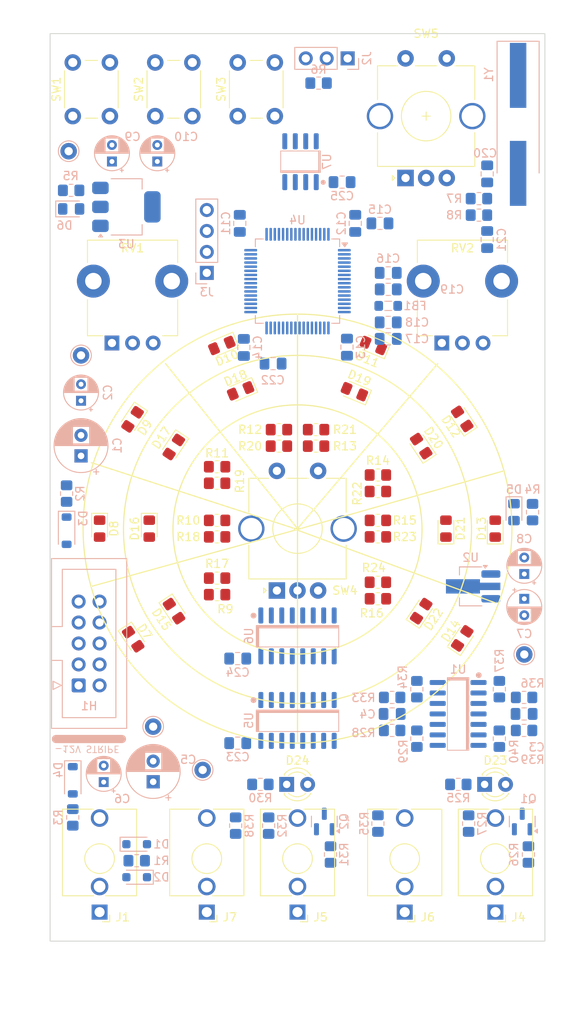
<source format=kicad_pcb>
(kicad_pcb (version 20240108) (generator "pcbnew") (generator_version "8.0")
  (layers (0 "F.Cu" signal) (31 "B.Cu" signal) (34 "B.Paste" user) (35 "F.Paste" user) (36 "B.SilkS" user "B.Silkscreen") (37 "F.SilkS" user "F.Silkscreen") (38 "B.Mask" user) (39 "F.Mask" user) (44 "Edge.Cuts" user))
  (net 0 "")
  (net 1 "+12V")
  (net 2 "GNDREF")
  (net 3 "-12V")
  (net 4 "+5V")
  (net 5 "+3.3V")
  (net 6 "/STM32F411RE/NRST")
  (net 7 "Net-(D3-K)")
  (net 8 "+3.3VA")
  (net 9 "Net-(C20-Pad1)")
  (net 10 "Net-(C21-Pad1)")
  (net 11 "/STM32F411RE/VCap")
  (net 12 "Net-(D3-A)")
  (net 13 "Net-(D4-A)")
  (net 14 "Net-(D4-K)")
  (net 15 "Net-(D5-K)")
  (net 16 "Net-(D6-K)")
  (net 17 "Net-(D7-A)")
  (net 18 "Net-(D7-K)")
  (net 19 "Net-(D8-K)")
  (net 20 "Net-(D8-A)")
  (net 21 "Net-(D9-A)")
  (net 22 "Net-(D9-K)")
  (net 23 "Net-(D10-K)")
  (net 24 "Net-(D10-A)")
  (net 25 "Net-(D11-K)")
  (net 26 "Net-(D11-A)")
  (net 27 "Net-(D12-A)")
  (net 28 "Net-(D12-K)")
  (net 29 "Net-(D13-K)")
  (net 30 "Net-(D13-A)")
  (net 31 "Net-(D14-A)")
  (net 32 "Net-(D14-K)")
  (net 33 "Net-(D15-K)")
  (net 34 "Net-(D15-A)")
  (net 35 "Net-(D16-K)")
  (net 36 "Net-(D16-A)")
  (net 37 "Net-(D17-K)")
  (net 38 "Net-(D17-A)")
  (net 39 "Net-(D18-A)")
  (net 40 "Net-(D18-K)")
  (net 41 "Net-(D19-A)")
  (net 42 "Net-(D19-K)")
  (net 43 "Net-(D20-A)")
  (net 44 "Net-(D20-K)")
  (net 45 "Net-(D21-A)")
  (net 46 "Net-(D21-K)")
  (net 47 "Net-(D22-K)")
  (net 49 "Net-(D22-A)")
  (net 50 "Net-(D23-A)")
  (net 51 "Net-(D23-K)")
  (net 52 "Net-(D24-K)")
  (net 53 "Net-(D24-A)")
  (net 54 "Net-(U1C--)")
  (net 55 "Net-(U1D--)")
  (net 56 "Net-(U1A--)")
  (net 57 "Net-(U1B--)")
  (net 58 "Net-(J1-PadT)")
  (net 59 "/STM32F411RE/BOOT0")
  (net 60 "/STM32F411RE/SWD_CLK")
  (net 61 "/STM32F411RE/SWD_IO")
  (net 62 "Net-(J4-PadT)")
  (net 64 "Net-(J5-PadT)")
  (net 67 "Net-(J6-PadT)")
  (net 68 "Net-(J7-PadT)")
  (net 70 "Net-(Q1-B)")
  (net 71 "Net-(Q2-B)")
  (net 72 "/STM32F411RE/CLK_IN")
  (net 73 "Net-(U4-BOOT0)")
  (net 74 "/STM32F411RE/HSC_IN")
  (net 75 "/STM32F411RE/HSC_OUT")
  (net 76 "Net-(R26-Pad1)")
  (net 77 "Net-(R31-Pad1)")
  (net 78 "/STM32F411RE/POT_A_ADC")
  (net 79 "/STM32F411RE/POT_B_ADC")
  (net 80 "/STM32F411RE/BTN_1")
  (net 81 "/STM32F411RE/BTN_2")
  (net 82 "/STM32F411RE/BTN_3")
  (net 83 "/STM32F411RE/ENCORDER_BTN")
  (net 84 "/STM32F411RE/ENCORDER_TIM_C2")
  (net 85 "/STM32F411RE/ENCORDER_TIM_C1")
  (net 86 "/STM32F411RE/TIM4_CH2")
  (net 87 "/STM32F411RE/TIM4_BTN")
  (net 88 "/STM32F411RE/TIM4_CH1")
  (net 89 "/STM32F411RE/GATE_B_OUT")
  (net 90 "Net-(U1B-+)")
  (net 91 "Net-(U1A-+)")
  (net 92 "/STM32F411RE/GATE_A_OUT")
  (net 101 "/STM32F411RE/SPI1_DAC_MOSI")
  (net 104 "/STM32F411RE/SPI4_LED_CLK")
  (net 112 "/STM32F411RE/SPI1_DAC_CLK")
  (net 115 "/STM32F411RE/SPI4_LED_MOSI")
  (net 116 "/STM32F411RE/SPI4_LED_CS")
  (net 117 "/STM32F411RE/RES_LED_3")
  (net 118 "/STM32F411RE/RES_LED_2")
  (net 120 "/STM32F411RE/SPI1_DAC_CV")
  (net 123 "/STM32F411RE/RES_LED_1")
  (net 125 "Net-(U5-QH')")
  (net 128 "Net-(R35-Pad1)")
  (net 129 "Net-(R38-Pad1)")
  (footprint "Synth:RotaryEncoder_Alps_EC11E-Switch_Vertical_H20mm_CircularMountingHoles" (layer "F.Cu") (at 95.6 60)
    (property "Reference" "SW5" (at 0 -10 0) (layer "F.SilkS"))
    (property "Value" "RotaryEncoder_Switch")
    (pad "A" thru_hole rect (at -2.5 7.5 90) (size 2 2) (drill 1) (layers "*.Cu" "*.Mask") (net 88 "/STM32F411RE/TIM4_CH1"))
    (pad "B" thru_hole circle (at 2.5 7.5 90) (size 2 2) (drill 1) (layers "*.Cu" "*.Mask") (net 86 "/STM32F411RE/TIM4_CH2"))
    (pad "C" thru_hole circle (at 0 7.5 90) (size 2 2) (drill 1) (layers "*.Cu" "*.Mask") (net 2 "GNDREF"))
    (pad "MP" thru_hole circle (at -5.6 0 90) (size 3.2 3.2) (drill 2.6) (layers "*.Cu" "*.Mask"))
    (pad "MP" thru_hole circle (at 5.6 0 90) (size 3.2 3.2) (drill 2.6) (layers "*.Cu" "*.Mask"))
    (pad "S1" thru_hole circle (at 2.5 -7 90) (size 2 2) (drill 1) (layers "*.Cu" "*.Mask") (net 87 "/STM32F411RE/TIM4_BTN"))
    (pad "S2" thru_hole circle (at -2.5 -7 90) (size 2 2) (drill 1) (layers "*.Cu" "*.Mask") (net 2 "GNDREF"))
  )
  (footprint "LED_SMD:LED_0805_2012Metric_Pad1.15x1.40mm_HandSolder" (layer "F.Cu") (at 60 96.75 -90)
    (property "Reference" "D9" (at 1 -1.5 56.3) (layer "F.SilkS"))
    (property "Value" "LED")
    (pad "1" smd roundrect (at -0.852752 -0.568715 236.3) (size 1.15 1.4) (layers "F.Cu" "F.Paste" "F.Mask") (roundrect_rratio 0.217391) (net 22 "Net-(D9-K)"))
    (pad "2" smd roundrect (at 0.852752 0.568715 236.3) (size 1.15 1.4) (layers "F.Cu" "F.Paste" "F.Mask") (roundrect_rratio 0.217391) (net 21 "Net-(D9-A)"))
  )
  (footprint "Button_Switch_THT:SW_PUSH_6mm" (layer "F.Cu") (at 52.75 60 90)
    (property "Reference" "SW1" (at 3.25 -2 90) (layer "F.SilkS"))
    (property "Value" "BTN_1")
    (pad "1" thru_hole circle (at 0 0 180) (size 2 2) (drill 1.1) (layers "*.Cu" "*.Mask") (net 2 "GNDREF"))
    (pad "1" thru_hole circle (at 6.5 0 180) (size 2 2) (drill 1.1) (layers "*.Cu" "*.Mask") (net 2 "GNDREF"))
    (pad "2" thru_hole circle (at 0 4.5 180) (size 2 2) (drill 1.1) (layers "*.Cu" "*.Mask") (net 80 "/STM32F411RE/BTN_1"))
    (pad "2" thru_hole circle (at 6.5 4.5 180) (size 2 2) (drill 1.1) (layers "*.Cu" "*.Mask") (net 80 "/STM32F411RE/BTN_1"))
  )
  (footprint "Synth:Jack_3.5mm_QingPu_WQP-PJ398SM_Vertical_CircularHoles" (layer "F.Cu") (at 56 150 180)
    (property "Reference" "J1" (at -2.8 -7.1 0) (layer "F.SilkS"))
    (property "Value" "CLK_IN")
    (pad "S" thru_hole rect (at 0 -6.48) (size 1.93 1.83) (drill 1.22) (layers "*.Cu" "*.Mask") (net 2 "GNDREF"))
    (pad "T" thru_hole circle (at 0 4.92) (size 2.13 2.13) (drill 1.43) (layers "*.Cu" "*.Mask") (net 58 "Net-(J1-PadT)"))
    (pad "TN" thru_hole circle (at 0 -3.38) (size 2.13 2.13) (drill 1.42) (layers "*.Cu" "*.Mask"))
  )
  (footprint "Resistor_SMD:R_0805_2012Metric_Pad1.20x1.40mm_HandSolder" (layer "F.Cu") (at 70.25 102.5)
    (property "Reference" "R11" (at 0 -1.65 0) (layer "F.SilkS"))
    (property "Value" "470R")
    (pad "1" smd roundrect (at -1 0) (size 1.2 1.4) (layers "F.Cu" "F.Paste" "F.Mask") (roundrect_rratio 0.208333) (net 22 "Net-(D9-K)"))
    (pad "2" smd roundrect (at 1 0) (size 1.2 1.4) (layers "F.Cu" "F.Paste" "F.Mask") (roundrect_rratio 0.208333) (net 2 "GNDREF"))
  )
  (footprint "Synth:RotaryEncoder_Alps_EC11E-Switch_Vertical_H20mm_CircularMountingHoles" (layer "F.Cu") (at 80 110)
    (property "Reference" "SW4" (at 5.75 7.5 0) (layer "F.SilkS"))
    (property "Value" "RotaryEncoder_Switch")
    (pad "A" thru_hole rect (at -2.5 7.5 90) (size 2 2) (drill 1) (layers "*.Cu" "*.Mask") (net 84 "/STM32F411RE/ENCORDER_TIM_C2"))
    (pad "B" thru_hole circle (at 2.5 7.5 90) (size 2 2) (drill 1) (layers "*.Cu" "*.Mask") (net 85 "/STM32F411RE/ENCORDER_TIM_C1"))
    (pad "C" thru_hole circle (at 0 7.5 90) (size 2 2) (drill 1) (layers "*.Cu" "*.Mask") (net 2 "GNDREF"))
    (pad "MP" thru_hole circle (at -5.6 0 90) (size 3.2 3.2) (drill 2.6) (layers "*.Cu" "*.Mask"))
    (pad "MP" thru_hole circle (at 5.6 0 90) (size 3.2 3.2) (drill 2.6) (layers "*.Cu" "*.Mask"))
    (pad "S1" thru_hole circle (at 2.5 -7 90) (size 2 2) (drill 1) (layers "*.Cu" "*.Mask") (net 83 "/STM32F411RE/ENCORDER_BTN"))
    (pad "S2" thru_hole circle (at -2.5 -7 90) (size 2 2) (drill 1) (layers "*.Cu" "*.Mask") (net 2 "GNDREF"))
  )
  (footprint "LED_SMD:LED_0805_2012Metric_Pad1.15x1.40mm_HandSolder" (layer "F.Cu") (at 103.975 110 90)
    (property "Reference" "D13" (at 0 -1.65 90) (layer "F.SilkS"))
    (property "Value" "LED")
    (pad "1" smd roundrect (at -1.025 0 90) (size 1.15 1.4) (layers "F.Cu" "F.Paste" "F.Mask") (roundrect_rratio 0.217391) (net 29 "Net-(D13-K)"))
    (pad "2" smd roundrect (at 1.025 0 90) (size 1.15 1.4) (layers "F.Cu" "F.Paste" "F.Mask") (roundrect_rratio 0.217391) (net 30 "Net-(D13-A)"))
  )
  (footprint "Resistor_SMD:R_0805_2012Metric_Pad1.20x1.40mm_HandSolder" (layer "F.Cu") (at 89.75 118.5 180)
    (property "Reference" "R16" (at 0.75 -1.75 0) (layer "F.SilkS"))
    (property "Value" "470R")
    (pad "1" smd roundrect (at -1 0 180) (size 1.2 1.4) (layers "F.Cu" "F.Paste" "F.Mask") (roundrect_rratio 0.208333) (net 32 "Net-(D14-K)"))
    (pad "2" smd roundrect (at 1 0 180) (size 1.2 1.4) (layers "F.Cu" "F.Paste" "F.Mask") (roundrect_rratio 0.208333) (net 2 "GNDREF"))
  )
  (footprint "Synth:Jack_3.5mm_QingPu_WQP-PJ398SM_Vertical_CircularHoles" (layer "F.Cu") (at 69 150 180)
    (property "Reference" "J7" (at -2.8 -7.1 0) (layer "F.SilkS"))
    (property "Value" "CV_OUT_B")
    (pad "S" thru_hole rect (at 0 -6.48) (size 1.93 1.83) (drill 1.22) (layers "*.Cu" "*.Mask") (net 2 "GNDREF"))
    (pad "T" thru_hole circle (at 0 4.92) (size 2.13 2.13) (drill 1.43) (layers "*.Cu" "*.Mask") (net 68 "Net-(J7-PadT)"))
    (pad "TN" thru_hole circle (at 0 -3.38) (size 2.13 2.13) (drill 1.42) (layers "*.Cu" "*.Mask"))
  )
  (footprint "Resistor_SMD:R_0805_2012Metric_Pad1.20x1.40mm_HandSolder" (layer "F.Cu") (at 89.75 111 180)
    (property "Reference" "R23" (at -3.25 0 0) (layer "F.SilkS"))
    (property "Value" "470R")
    (pad "1" smd roundrect (at -1 0 180) (size 1.2 1.4) (layers "F.Cu" "F.Paste" "F.Mask") (roundrect_rratio 0.208333) (net 46 "Net-(D21-K)"))
    (pad "2" smd roundrect (at 1 0 180) (size 1.2 1.4) (layers "F.Cu" "F.Paste" "F.Mask") (roundrect_rratio 0.208333) (net 2 "GNDREF"))
  )
  (footprint "LED_SMD:LED_0805_2012Metric_Pad1.15x1.40mm_HandSolder" (layer "F.Cu") (at 98 110 90)
    (property "Reference" "D21" (at 0 1.75 90) (layer "F.SilkS"))
    (property "Value" "LED")
    (pad "1" smd roundrect (at -1.025 0 90) (size 1.15 1.4) (layers "F.Cu" "F.Paste" "F.Mask") (roundrect_rratio 0.217391) (net 46 "Net-(D21-K)"))
    (pad "2" smd roundrect (at 1.025 0 90) (size 1.15 1.4) (layers "F.Cu" "F.Paste" "F.Mask") (roundrect_rratio 0.217391) (net 45 "Net-(D21-A)"))
  )
  (footprint "Resistor_SMD:R_0805_2012Metric_Pad1.20x1.40mm_HandSolder" (layer "F.Cu") (at 82.25 98 180)
    (property "Reference" "R21" (at -3.5 0 0) (layer "F.SilkS"))
    (property "Value" "470R")
    (pad "1" smd roundrect (at -1 0 180) (size 1.2 1.4) (layers "F.Cu" "F.Paste" "F.Mask") (roundrect_rratio 0.208333) (net 42 "Net-(D19-K)"))
    (pad "2" smd roundrect (at 1 0 180) (size 1.2 1.4) (layers "F.Cu" "F.Paste" "F.Mask") (roundrect_rratio 0.208333) (net 2 "GNDREF"))
  )
  (footprint "Resistor_SMD:R_0805_2012Metric_Pad1.20x1.40mm_HandSolder" (layer "F.Cu") (at 89.75 116.5 180)
    (property "Reference" "R24" (at 0.5 1.75 0) (layer "F.SilkS"))
    (property "Value" "470R")
    (pad "1" smd roundrect (at -1 0 180) (size 1.2 1.4) (layers "F.Cu" "F.Paste" "F.Mask") (roundrect_rratio 0.208333) (net 47 "Net-(D22-K)"))
    (pad "2" smd roundrect (at 1 0 180) (size 1.2 1.4) (layers "F.Cu" "F.Paste" "F.Mask") (roundrect_rratio 0.208333) (net 2 "GNDREF"))
  )
  (footprint "Synth:Jack_3.5mm_QingPu_WQP-PJ398SM_Vertical_CircularHoles" (layer "F.Cu") (at 104 150 180)
    (property "Reference" "J4" (at -2.8 -7.1 0) (layer "F.SilkS"))
    (property "Value" "GATE_A")
    (pad "S" thru_hole rect (at 0 -6.48) (size 1.93 1.83) (drill 1.22) (layers "*.Cu" "*.Mask") (net 2 "GNDREF"))
    (pad "T" thru_hole circle (at 0 4.92) (size 2.13 2.13) (drill 1.43) (layers "*.Cu" "*.Mask") (net 62 "Net-(J4-PadT)"))
    (pad "TN" thru_hole circle (at 0 -3.38) (size 2.13 2.13) (drill 1.42) (layers "*.Cu" "*.Mask"))
  )
  (footprint "Resistor_SMD:R_0805_2012Metric_Pad1.20x1.40mm_HandSolder" (layer "F.Cu") (at 89.75 103.5 180)
    (property "Reference" "R14" (at 0 1.75 180) (layer "F.SilkS"))
    (property "Value" "470R")
    (pad "1" smd roundrect (at -1 0 180) (size 1.2 1.4) (layers "F.Cu" "F.Paste" "F.Mask") (roundrect_rratio 0.208333) (net 28 "Net-(D12-K)"))
    (pad "2" smd roundrect (at 1 0 180) (size 1.2 1.4) (layers "F.Cu" "F.Paste" "F.Mask") (roundrect_rratio 0.208333) (net 2 "GNDREF"))
  )
  (footprint "Resistor_SMD:R_0805_2012Metric_Pad1.20x1.40mm_HandSolder" (layer "F.Cu") (at 77.75 98)
    (property "Reference" "R12" (at -3.5 0 0) (layer "F.SilkS"))
    (property "Value" "470R")
    (pad "1" smd roundrect (at -1 0) (size 1.2 1.4) (layers "F.Cu" "F.Paste" "F.Mask") (roundrect_rratio 0.208333) (net 23 "Net-(D10-K)"))
    (pad "2" smd roundrect (at 1 0) (size 1.2 1.4) (layers "F.Cu" "F.Paste" "F.Mask") (roundrect_rratio 0.208333) (net 2 "GNDREF"))
  )
  (footprint "LED_SMD:LED_0805_2012Metric_Pad1.15x1.40mm_HandSolder" (layer "F.Cu") (at 86.9 93.4 90)
    (property "Reference" "D19" (at 1.65 0.6 157.5) (layer "F.SilkS"))
    (property "Value" "LED")
    (pad "1" smd roundrect (at -0.39225 0.946976 157.5) (size 1.15 1.4) (layers "F.Cu" "F.Paste" "F.Mask") (roundrect_rratio 0.217391) (net 42 "Net-(D19-K)"))
    (pad "2" smd roundrect (at 0.39225 -0.946976 157.5) (size 1.15 1.4) (layers "F.Cu" "F.Paste" "F.Mask") (roundrect_rratio 0.217391) (net 41 "Net-(D19-A)"))
  )
  (footprint "LED_SMD:LED_0805_2012Metric_Pad1.15x1.40mm_HandSolder" (layer "F.Cu") (at 65.025 120 -90)
    (property "Reference" "D15" (at 1 1.525 123.7) (layer "F.SilkS"))
    (property "Value" "LED")
    (pad "1" smd roundrect (at -0.852752 0.568715 303.7) (size 1.15 1.4) (layers "F.Cu" "F.Paste" "F.Mask") (roundrect_rratio 0.217391) (net 33 "Net-(D15-K)"))
    (pad "2" smd roundrect (at 0.852752 -0.568715 303.7) (size 1.15 1.4) (layers "F.Cu" "F.Paste" "F.Mask") (roundrect_rratio 0.217391) (net 34 "Net-(D15-A)"))
  )
  (footprint "LED_SMD:LED_0805_2012Metric_Pad1.15x1.40mm_HandSolder" (layer "F.Cu") (at 60.075 123.4 -90)
    (property "Reference" "D7" (at -0.915493 -1.372724 123.7) (layer "F.SilkS"))
    (property "Value" "LED")
    (pad "1" smd roundrect (at -0.852752 0.568715 303.7) (size 1.15 1.4) (layers "F.Cu" "F.Paste" "F.Mask") (roundrect_rratio 0.217391) (net 18 "Net-(D7-K)"))
    (pad "2" smd roundrect (at 0.852752 -0.568715 303.7) (size 1.15 1.4) (layers "F.Cu" "F.Paste" "F.Mask") (roundrect_rratio 0.217391) (net 17 "Net-(D7-A)"))
  )
  (footprint "Synth:Jack_3.5mm_QingPu_WQP-PJ398SM_Vertical_CircularHoles" (layer "F.Cu") (at 80 150 180)
    (property "Reference" "J5" (at -2.8 -7.1 0) (layer "F.SilkS"))
    (property "Value" "GATE_B")
    (pad "S" thru_hole rect (at 0 -6.48) (size 1.93 1.83) (drill 1.22) (layers "*.Cu" "*.Mask") (net 2 "GNDREF"))
    (pad "T" thru_hole circle (at 0 4.92) (size 2.13 2.13) (drill 1.43) (layers "*.Cu" "*.Mask") (net 64 "Net-(J5-PadT)"))
    (pad "TN" thru_hole circle (at 0 -3.38) (size 2.13 2.13) (drill 1.42) (layers "*.Cu" "*.Mask"))
  )
  (footprint "Resistor_SMD:R_0805_2012Metric_Pad1.20x1.40mm_HandSolder" (layer "F.Cu") (at 77.75 100)
    (property "Reference" "R20" (at -3.5 0 0) (layer "F.SilkS"))
    (property "Value" "470R")
    (pad "1" smd roundrect (at -1 0) (size 1.2 1.4) (layers "F.Cu" "F.Paste" "F.Mask") (roundrect_rratio 0.208333) (net 40 "Net-(D18-K)"))
    (pad "2" smd roundrect (at 1 0) (size 1.2 1.4) (layers "F.Cu" "F.Paste" "F.Mask") (roundrect_rratio 0.208333) (net 2 "GNDREF"))
  )
  (footprint "LED_SMD:LED_0805_2012Metric_Pad1.15x1.40mm_HandSolder" (layer "F.Cu") (at 56 110 -90)
    (property "Reference" "D8" (at 0 -1.75 90) (layer "F.SilkS"))
    (property "Value" "LED")
    (pad "1" smd roundrect (at -1.025 0 270) (size 1.15 1.4) (layers "F.Cu" "F.Paste" "F.Mask") (roundrect_rratio 0.217391) (net 19 "Net-(D8-K)"))
    (pad "2" smd roundrect (at 1.025 0 270) (size 1.15 1.4) (layers "F.Cu" "F.Paste" "F.Mask") (roundrect_rratio 0.217391) (net 20 "Net-(D8-A)"))
  )
  (footprint "Synth:LED_D3.0mm" (layer "F.Cu") (at 80 141)
    (property "Reference" "D24" (at 0 -2.9 0) (layer "F.SilkS"))
    (property "Value" "RED_OUT_20mA")
    (pad "1" thru_hole rect (at -1.31 0) (size 1.8 1.8) (drill 0.9) (layers "*.Cu" "*.Mask") (net 52 "Net-(D24-K)"))
    (pad "2" thru_hole circle (at 1.23 0) (size 1.8 1.8) (drill 0.9) (layers "*.Cu" "*.Mask") (net 53 "Net-(D24-A)"))
  )
  (footprint "Synth:LED_D3.0mm" (layer "F.Cu") (at 104 141)
    (property "Reference" "D23" (at 0 -2.9 0) (layer "F.SilkS"))
    (property "Value" "RED_OUT_20mA")
    (pad "1" thru_hole rect (at -1.31 0) (size 1.8 1.8) (drill 0.9) (layers "*.Cu" "*.Mask") (net 51 "Net-(D23-K)"))
    (pad "2" thru_hole circle (at 1.23 0) (size 1.8 1.8) (drill 0.9) (layers "*.Cu" "*.Mask") (net 50 "Net-(D23-A)"))
  )
  (footprint "LED_SMD:LED_0805_2012Metric_Pad1.15x1.40mm_HandSolder" (layer "F.Cu") (at 99.975 123.3 90)
    (property "Reference" "D14" (at 0.91669 -1.371924 56.25) (layer "F.SilkS"))
    (property "Value" "LED")
    (pad "1" smd roundrect (at -0.852256 -0.569459 56.25) (size 1.15 1.4) (layers "F.Cu" "F.Paste" "F.Mask") (roundrect_rratio 0.217391) (net 32 "Net-(D14-K)"))
    (pad "2" smd roundrect (at 0.852256 0.569459 56.25) (size 1.15 1.4) (layers "F.Cu" "F.Paste" "F.Mask") (roundrect_rratio 0.217391) (net 31 "Net-(D14-A)"))
  )
  (footprint "Synth:Potentiometer_TT_P0915N" (layer "F.Cu") (at 60 80)
    (property "Reference" "RV1" (at 0 -4 0) (layer "F.SilkS"))
    (property "Value" "10K")
    (pad "" thru_hole oval (at -4.75 0) (size 4 4) (drill 2) (layers "*.Cu" "*.Mask"))
    (pad "" thru_hole oval (at 4.75 0) (size 4 4) (drill 2) (layers "*.Cu" "*.Mask"))
    (pad "1" thru_hole rect (at -2.5 7.5) (size 1.8 1.8) (drill 1) (layers "*.Cu" "*.Mask") (net 5 "+3.3V"))
    (pad "2" thru_hole circle (at 0 7.5) (size 1.8 1.8) (drill 1) (layers "*.Cu" "*.Mask") (net 78 "/STM32F411RE/POT_A_ADC"))
    (pad "3" thru_hole circle (at 2.5 7.5) (size 1.8 1.8) (drill 1) (layers "*.Cu" "*.Mask") (net 2 "GNDREF"))
  )
  (footprint "LED_SMD:LED_0805_2012Metric_Pad1.15x1.40mm_HandSolder" (layer "F.Cu") (at 65 100.1 -90)
    (property "Reference" "D17" (at -1.1 1.5 56.3) (layer "F.SilkS"))
    (property "Value" "LED")
    (pad "1" smd roundrect (at -0.852752 -0.568715 236.3) (size 1.15 1.4) (layers "F.Cu" "F.Paste" "F.Mask") (roundrect_rratio 0.217391) (net 37 "Net-(D17-K)"))
    (pad "2" smd roundrect (at 0.852752 0.568715 236.3) (size 1.15 1.4) (layers "F.Cu" "F.Paste" "F.Mask") (roundrect_rratio 0.217391) (net 38 "Net-(D17-A)"))
  )
  (footprint "Button_Switch_THT:SW_PUSH_6mm" (layer "F.Cu") (at 62.75 60 90)
    (property "Reference" "SW2" (at 3.25 -2 90) (layer "F.SilkS"))
    (property "Value" "BTN_2")
    (pad "1" thru_hole circle (at 0 0 180) (size 2 2) (drill 1.1) (layers "*.Cu" "*.Mask") (net 2 "GNDREF"))
    (pad "1" thru_hole circle (at 6.5 0 180) (size 2 2) (drill 1.1) (layers "*.Cu" "*.Mask") (net 2 "GNDREF"))
    (pad "2" thru_hole circle (at 0 4.5 180) (size 2 2) (drill 1.1) (layers "*.Cu" "*.Mask") (net 81 "/STM32F411RE/BTN_2"))
    (pad "2" thru_hole circle (at 6.5 4.5 180) (size 2 2) (drill 1.1) (layers "*.Cu" "*.Mask") (net 81 "/STM32F411RE/BTN_2"))
  )
  (footprint "Synth:Jack_3.5mm_QingPu_WQP-PJ398SM_Vertical_CircularHoles" (layer "F.Cu") (at 93 150 180)
    (property "Reference" "J6" (at -2.8 -7.1 0) (layer "F.SilkS"))
    (property "Value" "CV_OUT_A")
    (pad "S" thru_hole rect (at 0 -6.48) (size 1.93 1.83) (drill 1.22) (layers "*.Cu" "*.Mask") (net 2 "GNDREF"))
    (pad "T" thru_hole circle (at 0 4.92) (size 2.13 2.13) (drill 1.43) (layers "*.Cu" "*.Mask") (net 67 "Net-(J6-PadT)"))
    (pad "TN" thru_hole circle (at 0 -3.38) (size 2.13 2.13) (drill 1.42) (layers "*.Cu" "*.Mask"))
  )
  (footprint "LED_SMD:LED_0805_2012Metric_Pad1.15x1.40mm_HandSolder" (layer "F.Cu") (at 95 100 90)
    (property "Reference" "D20" (at 1 1.5 123.75) (layer "F.SilkS"))
    (property "Value" "LED")
    (pad "1" smd roundrect (at -0.852256 0.569459 123.75) (size 1.15 1.4) (layers "F.Cu" "F.Paste" "F.Mask") (roundrect_rratio 0.217391) (net 44 "Net-(D20-K)"))
    (pad "2" smd roundrect (at 0.852256 -0.569459 123.75) (size 1.15 1.4) (layers "F.Cu" "F.Paste" "F.Mask") (roundrect_rratio 0.217391) (net 43 "Net-(D20-A)"))
  )
  (footprint "Resistor_SMD:R_0805_2012Metric_Pad1.20x1.40mm_HandSolder" (layer "F.Cu") (at 70.25 118)
    (property "Reference" "R9" (at 1 1.75 180) (layer "F.SilkS"))
    (property "Value" "470R")
    (pad "1" smd roundrect (at -1 0) (size 1.2 1.4) (layers "F.Cu" "F.Paste" "F.Mask") (roundrect_rratio 0.208333) (net 18 "Net-(D7-K)"))
    (pad "2" smd roundrect (at 1 0) (size 1.2 1.4) (layers "F.Cu" "F.Paste" "F.Mask") (roundrect_rratio 0.208333) (net 2 "GNDREF"))
  )
  (footprint "Resistor_SMD:R_0805_2012Metric_Pad1.20x1.40mm_HandSolder" (layer "F.Cu") (at 70.25 111)
    (property "Reference" "R18" (at -3.5 0 0) (layer "F.SilkS"))
    (property "Value" "470R")
    (pad "1" smd roundrect (at -1 0) (size 1.2 1.4) (layers "F.Cu" "F.Paste" "F.Mask") (roundrect_rratio 0.208333) (net 35 "Net-(D16-K)"))
    (pad "2" smd roundrect (at 1 0) (size 1.2 1.4) (layers "F.Cu" "F.Paste" "F.Mask") (roundrect_rratio 0.208333) (net 2 "GNDREF"))
  )
  (footprint "Synth:Potentiometer_TT_P0915N" (layer "F.Cu") (at 100 80)
    (property "Reference" "RV2" (at 0 -4 0) (layer "F.SilkS"))
    (property "Value" "10K")
    (pad "" thru_hole oval (at -4.75 0) (size 4 4) (drill 2) (layers "*.Cu" "*.Mask"))
    (pad "" thru_hole oval (at 4.75 0) (size 4 4) (drill 2) (layers "*.Cu" "*.Mask"))
    (pad "1" thru_hole rect (at -2.5 7.5) (size 1.8 1.8) (drill 1) (layers "*.Cu" "*.Mask") (net 5 "+3.3V"))
    (pad "2" thru_hole circle (at 0 7.5) (size 1.8 1.8) (drill 1) (layers "*.Cu" "*.Mask") (net 79 "/STM32F411RE/POT_B_ADC"))
    (pad "3" thru_hole circle (at 2.5 7.5) (size 1.8 1.8) (drill 1) (layers "*.Cu" "*.Mask") (net 2 "GNDREF"))
  )
  (footprint "LED_SMD:LED_0805_2012Metric_Pad1.15x1.40mm_HandSolder" (layer "F.Cu") (at 99.975 96.7 90)
    (property "Reference" "D12" (at -0.91669 -1.371924 123.75) (layer "F.SilkS"))
    (property "Value" "LED")
    (pad "1" smd roundrect (at -0.852256 0.569459 123.75) (size 1.15 1.4) (layers "F.Cu" "F.Paste" "F.Mask") (roundrect_rratio 0.217391) (net 28 "Net-(D12-K)"))
    (pad "2" smd roundrect (at 0.852256 -0.569459 123.75) (size 1.15 1.4) (layers "F.Cu" "F.Paste" "F.Mask") (roundrect_rratio 0.217391) (net 27 "Net-(D12-A)"))
  )
  (footprint "LED_SMD:LED_0805_2012Metric_Pad1.15x1.40mm_HandSolder" (layer "F.Cu") (at 73.1 93.3 -90)
    (property "Reference" "D18" (at -1.55 0.6 22.5) (layer "F.SilkS"))
    (property "Value" "LED")
    (pad "1" smd roundrect (at -0.39225 -0.946976 202.5) (size 1.15 1.4) (layers "F.Cu" "F.Paste" "F.Mask") (roundrect_rratio 0.217391) (net 40 "Net-(D18-K)"))
    (pad "2" smd roundrect (at 0.39225 0.946976 202.5) (size 1.15 1.4) (layers "F.Cu" "F.Paste" "F.Mask") (roundrect_rratio 0.217391) (net 39 "Net-(D18-A)"))
  )
  (footprint "LED_SMD:LED_0805_2012Metric_Pad1.15x1.40mm_HandSolder" (layer "F.Cu") (at 70.825 87.8 -90)
    (property "Reference" "D10" (at 1.524401 -0.631427 22.5) (layer "F.SilkS"))
    (property "Value" "LED")
    (pad "1" smd roundrect (at -0.39225 -0.946976 202.5) (size 1.15 1.4) (layers "F.Cu" "F.Paste" "F.Mask") (roundrect_rratio 0.217391) (net 23 "Net-(D10-K)"))
    (pad "2" smd roundrect (at 0.39225 0.946976 202.5) (size 1.15 1.4) (layers "F.Cu" "F.Paste" "F.Mask") (roundrect_rratio 0.217391) (net 24 "Net-(D10-A)"))
  )
  (footprint "Resistor_SMD:R_0805_2012Metric_Pad1.20x1.40mm_HandSolder" (layer "F.Cu") (at 89.75 109 180)
    (property "Reference" "R15" (at -3.25 0 0) (layer "F.SilkS"))
    (property "Value" "470R")
    (pad "1" smd roundrect (at -1 0 180) (size 1.2 1.4) (layers "F.Cu" "F.Paste" "F.Mask") (roundrect_rratio 0.208333) (net 29 "Net-(D13-K)"))
    (pad "2" smd roundrect (at 1 0 180) (size 1.2 1.4) (layers "F.Cu" "F.Paste" "F.Mask") (roundrect_rratio 0.208333) (net 2 "GNDREF"))
  )
  (footprint "Resistor_SMD:R_0805_2012Metric_Pad1.20x1.40mm_HandSolder" (layer "F.Cu") (at 82.25 100 180)
    (property "Reference" "R13" (at -3.5 0 0) (layer "F.SilkS"))
    (property "Value" "470R")
    (pad "1" smd roundrect (at -1 0 180) (size 1.2 1.4) (layers "F.Cu" "F.Paste" "F.Mask") (roundrect_rratio 0.208333) (net 25 "Net-(D11-K)"))
    (pad "2" smd roundrect (at 1 0 180) (size 1.2 1.4) (layers "F.Cu" "F.Paste" "F.Mask") (roundrect_rratio 0.208333) (net 2 "GNDREF"))
  )
  (footprint "LED_SMD:LED_0805_2012Metric_Pad1.15x1.40mm_HandSolder" (layer "F.Cu") (at 89.2 87.8 90)
    (property "Reference" "D11" (at -1.7 -0.7 157.5) (layer "F.SilkS"))
    (property "Value" "LED")
    (pad "1" smd roundrect (at -0.39225 0.946976 157.5) (size 1.15 1.4) (layers "F.Cu" "F.Paste" "F.Mask") (roundrect_rratio 0.217391) (net 25 "Net-(D11-K)"))
    (pad "2" smd roundrect (at 0.39225 -0.946976 157.5) (size 1.15 1.4) (layers "F.Cu" "F.Paste" "F.Mask") (roundrect_rratio 0.217391) (net 26 "Net-(D11-A)"))
  )
  (footprint "Resistor_SMD:R_0805_2012Metric_Pad1.20x1.40mm_HandSolder" (layer "F.Cu") (at 70.25 104.5)
    (property "Reference" "R19" (at 2.75 -0.25 90) (layer "F.SilkS"))
    (property "Value" "470R")
    (pad "1" smd roundrect (at -1 0) (size 1.2 1.4) (layers "F.Cu" "F.Paste" "F.Mask") (roundrect_rratio 0.208333) (net 37 "Net-(D17-K)"))
    (pad "2" smd roundrect (at 1 0) (size 1.2 1.4) (layers "F.Cu" "F.Paste" "F.Mask") (roundrect_rratio 0.208333) (net 2 "GNDREF"))
  )
  (footprint "Button_Switch_THT:SW_PUSH_6mm" (layer "F.Cu") (at 72.75 60 90)
    (property "Reference" "SW3" (at 3.25 -2 90) (layer "F.SilkS"))
    (property "Value" "BTN_3")
    (pad "1" thru_hole circle (at 0 0 180) (size 2 2) (drill 1.1) (layers "*.Cu" "*.Mask") (net 2 "GNDREF"))
    (pad "1" thru_hole circle (at 6.5 0 180) (size 2 2) (drill 1.1) (layers "*.Cu" "*.Mask") (net 2 "GNDREF"))
    (pad "2" thru_hole circle (at 0 4.5 180) (size 2 2) (drill 1.1) (layers "*.Cu" "*.Mask") (net 82 "/STM32F411RE/BTN_3"))
    (pad "2" thru_hole circle (at 6.5 4.5 180) (size 2 2) (drill 1.1) (layers "*.Cu" "*.Mask") (net 82 "/STM32F411RE/BTN_3"))
  )
  (footprint "LED_SMD:LED_0805_2012Metric_Pad1.15x1.40mm_HandSolder" (layer "F.Cu") (at 95 120 90)
    (property "Reference" "D22" (at -1 1.5 56.25) (layer "F.SilkS"))
    (property "Value" "LED")
    (pad "1" smd roundrect (at -0.852256 -0.569459 56.25) (size 1.15 1.4) (layers "F.Cu" "F.Paste" "F.Mask") (roundrect_rratio 0.217391) (net 47 "Net-(D22-K)"))
    (pad "2" smd roundrect (at 0.852256 0.569459 56.25) (size 1.15 1.4) (layers "F.Cu" "F.Paste" "F.Mask") (roundrect_rratio 0.217391) (net 49 "Net-(D22-A)"))
  )
  (footprint "Resistor_SMD:R_0805_2012Metric_Pad1.20x1.40mm_HandSolder" (layer "F.Cu") (at 89.75 105.5 180)
    (property "Reference" "R22" (at 2.5 -0.25 90) (layer "F.SilkS"))
    (property "Value" "470R")
    (pad "1" smd roundrect (at -1 0 180) (size 1.2 1.4) (layers "F.Cu" "F.Paste" "F.Mask") (roundrect_rratio 0.208333) (net 44 "Net-(D20-K)"))
    (pad "2" smd roundrect (at 1 0 180) (size 1.2 1.4) (layers "F.Cu" "F.Paste" "F.Mask") (roundrect_rratio 0.208333) (net 2 "GNDREF"))
  )
  (footprint "Resistor_SMD:R_0805_2012Metric_Pad1.20x1.40mm_HandSolder" (layer "F.Cu") (at 70.25 109)
    (property "Reference" "R10" (at -3.5 0 0) (layer "F.SilkS"))
    (property "Value" "470R")
    (pad "1" smd roundrect (at -1 0) (size 1.2 1.4) (layers "F.Cu" "F.Paste" "F.Mask") (roundrect_rratio 0.208333) (net 19 "Net-(D8-K)"))
    (pad "2" smd roundrect (at 1 0) (size 1.2 1.4) (layers "F.Cu" "F.Paste" "F.Mask") (roundrect_rratio 0.208333) (net 2 "GNDREF"))
  )
  (footprint "LED_SMD:LED_0805_2012Metric_Pad1.15x1.40mm_HandSolder" (layer "F.Cu") (at 62.025 110 -90)
    (property "Reference" "D16" (at 0 1.775 90) (layer "F.SilkS"))
    (property "Value" "LED")
    (pad "1" smd roundrect (at -1.025 0 270) (size 1.15 1.4) (layers "F.Cu" "F.Paste" "F.Mask") (roundrect_rratio 0.217391) (net 35 "Net-(D16-K)"))
    (pad "2" smd roundrect (at 1.025 0 270) (size 1.15 1.4) (layers "F.Cu" "F.Paste" "F.Mask") (roundrect_rratio 0.217391) (net 36 "Net-(D16-A)"))
  )
  (footprint "Resistor_SMD:R_0805_2012Metric_Pad1.20x1.40mm_HandSolder" (layer "F.Cu") (at 70.25 116)
    (property "Reference" "R17" (at 0 -1.75 0) (layer "F.SilkS"))
    (property "Value" "470R")
    (pad "1" smd roundrect (at -1 0) (size 1.2 1.4) (layers "F.Cu" "F.Paste" "F.Mask") (roundrect_rratio 0.208333) (net 33 "Net-(D15-K)"))
    (pad "2" smd roundrect (at 1 0) (size 1.2 1.4) (layers "F.Cu" "F.Paste" "F.Mask") (roundrect_rratio 0.208333) (net 2 "GNDREF"))
  )
  (footprint "Resistor_SMD:R_0805_2012Metric_Pad1.20x1.40mm_HandSolder" (layer "B.Cu") (at 102 70 180)
    (property "Reference" "R7" (at 3 0 0) (layer "B.SilkS") (effects (justify mirror)))
    (property "Value" "10R")
    (pad "1" smd roundrect (at -1 0 180) (size 1.2 1.4) (layers "B.Cu" "B.Paste" "B.Mask") (roundrect_rratio 0.208333) (net 9 "Net-(C20-Pad1)"))
    (pad "2" smd roundrect (at 1 0 180) (size 1.2 1.4) (layers "B.Cu" "B.Paste" "B.Mask") (roundrect_rratio 0.208333) (net 74 "/STM32F411RE/HSC_IN"))
  )
  (footprint "Capacitor_SMD:C_0805_2012Metric_Pad1.18x1.45mm_HandSolder" (layer "B.Cu") (at 72.75 136)
    (property "Reference" "C23" (at 0 1.68 0) (layer "B.SilkS") (effects (justify mirror)))
    (property "Value" "100nF")
    (pad "1" smd roundrect (at -1.0375 0) (size 1.175 1.45) (layers "B.Cu" "B.Paste" "B.Mask") (roundrect_rratio 0.212766) (net 2 "GNDREF"))
    (pad "2" smd roundrect (at 1.0375 0) (size 1.175 1.45) (layers "B.Cu" "B.Paste" "B.Mask") (roundrect_rratio 0.212766) (net 4 "+5V"))
  )
  (footprint "Resistor_SMD:R_0805_2012Metric_Pad1.20x1.40mm_HandSolder" (layer "B.Cu") (at 100.75 145.75 90)
    (property "Reference" "R27" (at 0 1.65 90) (layer "B.SilkS") (effects (justify mirror)))
    (property "Value" "1K")
    (pad "1" smd roundrect (at -1 0 90) (size 1.2 1.4) (layers "B.Cu" "B.Paste" "B.Mask") (roundrect_rratio 0.208333) (net 76 "Net-(R26-Pad1)"))
    (pad "2" smd roundrect (at 1 0 90) (size 1.2 1.4) (layers "B.Cu" "B.Paste" "B.Mask") (roundrect_rratio 0.208333) (net 62 "Net-(J4-PadT)"))
  )
  (footprint "Resistor_SMD:R_0805_2012Metric_Pad1.20x1.40mm_HandSolder" (layer "B.Cu") (at 52 105.75 90)
    (property "Reference" "R2" (at 0 1.65 90) (layer "B.SilkS") (effects (justify mirror)))
    (property "Value" "10R")
    (pad "1" smd roundrect (at -1 0 90) (size 1.2 1.4) (layers "B.Cu" "B.Paste" "B.Mask") (roundrect_rratio 0.208333) (net 7 "Net-(D3-K)"))
    (pad "2" smd roundrect (at 1 0 90) (size 1.2 1.4) (layers "B.Cu" "B.Paste" "B.Mask") (roundrect_rratio 0.208333) (net 1 "+12V"))
  )
  (footprint "Capacitor_SMD:C_0805_2012Metric_Pad1.18x1.45mm_HandSolder" (layer "B.Cu") (at 91 85 180)
    (property "Reference" "C18" (at -3.5 0 0) (layer "B.SilkS") (effects (justify mirror)))
    (property "Value" "1uF")
    (pad "1" smd roundrect (at -1.0375 0 180) (size 1.175 1.45) (layers "B.Cu" "B.Paste" "B.Mask") (roundrect_rratio 0.212766) (net 2 "GNDREF"))
    (pad "2" smd roundrect (at 1.0375 0 180) (size 1.175 1.45) (layers "B.Cu" "B.Paste" "B.Mask") (roundrect_rratio 0.212766) (net 8 "+3.3VA"))
  )
  (footprint "Connector_PinHeader_2.54mm:PinHeader_1x03_P2.54mm_Vertical" (layer "B.Cu") (at 86.08 53 90)
    (property "Reference" "J2" (at 0 2.33 90) (layer "B.SilkS") (effects (justify mirror)))
    (property "Value" "BOOT_RUN")
    (pad "1" thru_hole rect (at 0 0 90) (size 1.7 1.7) (drill 1) (layers "*.Cu" "*.Mask") (net 2 "GNDREF"))
    (pad "2" thru_hole oval (at 0 -2.54 90) (size 1.7 1.7) (drill 1) (layers "*.Cu" "*.Mask") (net 59 "/STM32F411RE/BOOT0"))
    (pad "3" thru_hole oval (at 0 -5.08 90) (size 1.7 1.7) (drill 1) (layers "*.Cu" "*.Mask") (net 5 "+3.3V"))
  )
  (footprint "Resistor_SMD:R_0805_2012Metric_Pad1.20x1.40mm_HandSolder" (layer "B.Cu") (at 107.475 134.46 180)
    (property "Reference" "R39" (at -1.025 -3.54 0) (layer "B.SilkS") (effects (justify mirror)))
    (property "Value" "10K [0.1%]")
    (pad "1" smd roundrect (at -1 0 180) (size 1.2 1.4) (layers "B.Cu" "B.Paste" "B.Mask") (roundrect_rratio 0.208333) (net 2 "GNDREF"))
    (pad "2" smd roundrect (at 1 0 180) (size 1.2 1.4) (layers "B.Cu" "B.Paste" "B.Mask") (roundrect_rratio 0.208333) (net 57 "Net-(U1B--)"))
  )
  (footprint "Package_TO_SOT_SMD:SOT-23" (layer "B.Cu") (at 107.25 145.5 90)
    (property "Reference" "Q1" (at 2.75 0.75 180) (layer "B.SilkS") (effects (justify mirror)))
    (property "Value" "BC848")
    (pad "1" smd roundrect (at -0.9375 0.95 90) (size 1.475 0.6) (layers "B.Cu" "B.Paste" "B.Mask") (net 70 "Net-(Q1-B)"))
    (pad "2" smd roundrect (at -0.9375 -0.95 90) (size 1.475 0.6) (layers "B.Cu" "B.Paste" "B.Mask") (net 1 "+12V"))
    (pad "3" smd roundrect (at 0.9375 0 90) (size 1.475 0.6) (layers "B.Cu" "B.Paste" "B.Mask") (net 50 "Net-(D23-A)"))
  )
  (footprint "LED_SMD:LED_0805_2012Metric_Pad1.15x1.40mm_HandSolder" (layer "B.Cu") (at 106.25 108 -90)
    (property "Reference" "D5" (at -2.75 0 180) (layer "B.SilkS") (effects (justify mirror)))
    (property "Value" "LED")
    (pad "1" smd roundrect (at -1.025 0 270) (size 1.15 1.4) (layers "B.Cu" "B.Paste" "B.Mask") (roundrect_rratio 0.217391) (net 15 "Net-(D5-K)"))
    (pad "2" smd roundrect (at 1.025 0 270) (size 1.15 1.4) (layers "B.Cu" "B.Paste" "B.Mask") (roundrect_rratio 0.217391) (net 4 "+5V"))
  )
  (footprint "Capacitor_THT:CP_Radial_D4.0mm_P2.00mm" (layer "B.Cu") (at 53.75 94.5 90)
    (property "Reference" "C2" (at 1 3.25 90) (layer "B.SilkS") (effects (justify mirror)))
    (property "Value" "0.1uF")
    (pad "1" thru_hole rect (at 0 0 90) (size 1.2 1.2) (drill 0.6) (layers "*.Cu" "*.Mask") (net 1 "+12V"))
    (pad "2" thru_hole circle (at 2 0 90) (size 1.2 1.2) (drill 0.6) (layers "*.Cu" "*.Mask") (net 2 "GNDREF"))
  )
  (footprint "Resistor_SMD:R_0805_2012Metric_Pad1.20x1.40mm_HandSolder" (layer "B.Cu") (at 99.5 141)
    (property "Reference" "R25" (at 0 1.65 0) (layer "B.SilkS") (effects (justify mirror)))
    (property "Value" "470R")
    (pad "1" smd roundrect (at -1 0) (size 1.2 1.4) (layers "B.Cu" "B.Paste" "B.Mask") (roundrect_rratio 0.208333) (net 2 "GNDREF"))
    (pad "2" smd roundrect (at 1 0) (size 1.2 1.4) (layers "B.Cu" "B.Paste" "B.Mask") (roundrect_rratio 0.208333) (net 51 "Net-(D23-K)"))
  )
  (footprint "Resistor_SMD:R_0805_2012Metric_Pad1.20x1.40mm_HandSolder" (layer "B.Cu") (at 89.75 145.75 -90)
    (property "Reference" "R35" (at 0 1.65 90) (layer "B.SilkS") (effects (justify mirror)))
    (property "Value" "1K")
    (pad "1" smd roundrect (at -1 0 270) (size 1.2 1.4) (layers "B.Cu" "B.Paste" "B.Mask") (roundrect_rratio 0.208333) (net 128 "Net-(R35-Pad1)"))
    (pad "2" smd roundrect (at 1 0 270) (size 1.2 1.4) (layers "B.Cu" "B.Paste" "B.Mask") (roundrect_rratio 0.208333) (net 67 "Net-(J6-PadT)"))
  )
  (footprint "LED_SMD:LED_0805_2012Metric_Pad1.15x1.40mm_HandSolder" (layer "B.Cu") (at 52.55 71.25)
    (property "Reference" "D6" (at -0.8 2 180) (layer "B.SilkS") (effects (justify mirror)))
    (property "Value" "LED")
    (pad "1" smd roundrect (at -1.025 0) (size 1.15 1.4) (layers "B.Cu" "B.Paste" "B.Mask") (roundrect_rratio 0.217391) (net 16 "Net-(D6-K)"))
    (pad "2" smd roundrect (at 1.025 0) (size 1.15 1.4) (layers "B.Cu" "B.Paste" "B.Mask") (roundrect_rratio 0.217391) (net 5 "+3.3V"))
  )
  (footprint "Synth:SOIC-8" (layer "B.Cu") (at 80.365 65.525 90)
    (property "Reference" "U7" (at 0 3.2 90) (layer "B.SilkS") (effects (justify mirror)))
    (property "Value" "MCP4822")
    (pad "1" smd roundrect (at -2.475 1.905 90) (size 1.95 0.6) (layers "B.Cu" "B.Paste" "B.Mask") (net 4 "+5V"))
    (pad "2" smd roundrect (at -2.475 0.635 90) (size 1.95 0.6) (layers "B.Cu" "B.Paste" "B.Mask") (net 120 "/STM32F411RE/SPI1_DAC_CV"))
    (pad "3" smd roundrect (at -2.475 -0.635 90) (size 1.95 0.6) (layers "B.Cu" "B.Paste" "B.Mask") (net 112 "/STM32F411RE/SPI1_DAC_CLK"))
    (pad "4" smd roundrect (at -2.475 -1.905 90) (size 1.95 0.6) (layers "B.Cu" "B.Paste" "B.Mask") (net 101 "/STM32F411RE/SPI1_DAC_MOSI"))
    (pad "5" smd roundrect (at 2.475 -1.905 90) (size 1.95 0.6) (layers "B.Cu" "B.Paste" "B.Mask") (net 2 "GNDREF"))
    (pad "6" smd roundrect (at 2.475 -0.635 90) (size 1.95 0.6) (layers "B.Cu" "B.Paste" "B.Mask") (net 90 "Net-(U1B-+)"))
    (pad "7" smd roundrect (at 2.475 0.635 90) (size 1.95 0.6) (layers "B.Cu" "B.Paste" "B.Mask") (net 2 "GNDREF"))
    (pad "8" smd roundrect (at 2.475 1.905 90) (size 1.95 0.6) (layers "B.Cu" "B.Paste" "B.Mask") (net 91 "Net-(U1A-+)"))
  )
  (footprint "Capacitor_SMD:C_0805_2012Metric_Pad1.18x1.45mm_HandSolder" (layer "B.Cu") (at 90 73 180)
    (property "Reference" "C15" (at 0 1.68 0) (layer "B.SilkS") (effects (justify mirror)))
    (property "Value" "10uF")
    (pad "1" smd roundrect (at -1.0375 0 180) (size 1.175 1.45) (layers "B.Cu" "B.Paste" "B.Mask") (roundrect_rratio 0.212766) (net 2 "GNDREF"))
    (pad "2" smd roundrect (at 1.0375 0 180) (size 1.175 1.45) (layers "B.Cu" "B.Paste" "B.Mask") (roundrect_rratio 0.212766) (net 5 "+3.3V"))
  )
  (footprint "Crystal:Crystal_SMD_HC49-SD_HandSoldering" (layer "B.Cu") (at 106.75 61 -90)
    (property "Reference" "Y1" (at -6 3.55 90) (layer "B.SilkS") (effects (justify mirror)))
    (property "Value" "20MHZ")
    (pad "1" smd rect (at -5.9375 0 270) (size 7.875 2) (layers "B.Cu" "B.Paste" "B.Mask") (net 9 "Net-(C20-Pad1)"))
    (pad "2" smd rect (at 5.9375 0 270) (size 7.875 2) (layers "B.Cu" "B.Paste" "B.Mask") (net 10 "Net-(C21-Pad1)"))
  )
  (footprint "Resistor_SMD:R_0805_2012Metric_Pad1.20x1.40mm_HandSolder" (layer "B.Cu") (at 91.475 130.46)
    (property "Reference" "R33" (at -3.475 0.04 0) (layer "B.SilkS") (effects (justify mirror)))
    (property "Value" "68K")
    (pad "1" smd roundrect (at -1 0) (size 1.2 1.4) (layers "B.Cu" "B.Paste" "B.Mask") (roundrect_rratio 0.208333) (net 2 "GNDREF"))
    (pad "2" smd roundrect (at 1 0) (size 1.2 1.4) (layers "B.Cu" "B.Paste" "B.Mask") (roundrect_rratio 0.208333) (net 55 "Net-(U1D--)"))
  )
  (footprint "Capacitor_THT:CP_Radial_D4.0mm_P2.00mm" (layer "B.Cu") (at 57.5 65.5 90)
    (property "Reference" "C9" (at 3 2.5 180) (layer "B.SilkS") (effects (justify mirror)))
    (property "Value" "10uF")
    (pad "1" thru_hole rect (at 0 0 90) (size 1.2 1.2) (drill 0.6) (layers "*.Cu" "*.Mask") (net 1 "+12V"))
    (pad "2" thru_hole circle (at 2 0 90) (size 1.2 1.2) (drill 0.6) (layers "*.Cu" "*.Mask") (net 2 "GNDREF"))
  )
  (footprint "Diode_SMD:D_SOD-323_HandSoldering" (layer "B.Cu") (at 60.5 148.25)
    (property "Reference" "D1" (at 3 0 0) (layer "B.SilkS") (effects (justify mirror)))
    (property "Value" "1N4148WS")
    (pad "1" smd roundrect (at -1.25 0) (size 1 1) (layers "B.Cu" "B.Paste" "B.Mask") (net 5 "+3.3V"))
    (pad "2" smd roundrect (at 1.25 0) (size 1 1) (layers "B.Cu" "B.Paste" "B.Mask") (net 72 "/STM32F411RE/CLK_IN"))
  )
  (footprint "Synth:SOIC-16" (layer "B.Cu") (at 80 123 -90)
    (property "Reference" "U6" (at 0 5.9 90) (layer "B.SilkS") (effects (justify mirror)))
    (property "Value" "74HC595")
    (pad "1" smd roundrect (at -2.475 4.445 270) (size 1.95 0.6) (layers "B.Cu" "B.Paste" "B.Mask") (net 36 "Net-(D16-A)"))
    (pad "2" smd roundrect (at -2.475 3.175 270) (size 1.95 0.6) (layers "B.Cu" "B.Paste" "B.Mask") (net 38 "Net-(D17-A)"))
    (pad "3" smd roundrect (at -2.475 1.905 270) (size 1.95 0.6) (layers "B.Cu" "B.Paste" "B.Mask") (net 39 "Net-(D18-A)"))
    (pad "4" smd roundrect (at -2.475 0.635 270) (size 1.95 0.6) (layers "B.Cu" "B.Paste" "B.Mask") (net 41 "Net-(D19-A)"))
    (pad "5" smd roundrect (at -2.475 -0.635 270) (size 1.95 0.6) (layers "B.Cu" "B.Paste" "B.Mask") (net 43 "Net-(D20-A)"))
    (pad "6" smd roundrect (at -2.475 -1.905 270) (size 1.95 0.6) (layers "B.Cu" "B.Paste" "B.Mask") (net 45 "Net-(D21-A)"))
    (pad "7" smd roundrect (at -2.475 -3.175 270) (size 1.95 0.6) (layers "B.Cu" "B.Paste" "B.Mask") (net 49 "Net-(D22-A)"))
    (pad "8" smd roundrect (at -2.475 -4.445 270) (size 1.95 0.6) (layers "B.Cu" "B.Paste" "B.Mask") (net 2 "GNDREF"))
    (pad "9" smd roundrect (at 2.475 -4.445 270) (size 1.95 0.6) (layers "B.Cu" "B.Paste" "B.Mask"))
    (pad "10" smd roundrect (at 2.475 -3.175 270) (size 1.95 0.6) (layers "B.Cu" "B.Paste" "B.Mask") (net 4 "+5V"))
    (pad "11" smd roundrect (at 2.475 -1.905 270) (size 1.95 0.6) (layers "B.Cu" "B.Paste" "B.Mask") (net 104 "/STM32F411RE/SPI4_LED_CLK"))
    (pad "12" smd roundrect (at 2.475 -0.635 270) (size 1.95 0.6) (layers "B.Cu" "B.Paste" "B.Mask") (net 116 "/STM32F411RE/SPI4_LED_CS"))
    (pad "13" smd roundrect (at 2.475 0.635 270) (size 1.95 0.6) (layers "B.Cu" "B.Paste" "B.Mask"))
    (pad "14" smd roundrect (at 2.475 1.905 270) (size 1.95 0.6) (layers "B.Cu" "B.Paste" "B.Mask") (net 125 "Net-(U5-QH')"))
    (pad "15" smd roundrect (at 2.475 3.175 270) (size 1.95 0.6) (layers "B.Cu" "B.Paste" "B.Mask") (net 34 "Net-(D15-A)"))
    (pad "16" smd roundrect (at 2.475 4.445 270) (size 1.95 0.6) (layers "B.Cu" "B.Paste" "B.Mask") (net 4 "+5V"))
  )
  (footprint "Synth:SOIC-16" (layer "B.Cu") (at 80 133.25 -90)
    (property "Reference" "U5" (at 0 5.9 90) (layer "B.SilkS") (effects (justify mirror)))
    (property "Value" "74HC595")
    (pad "1" smd roundrect (at -2.475 4.445 270) (size 1.95 0.6) (layers "B.Cu" "B.Paste" "B.Mask") (net 20 "Net-(D8-A)"))
    (pad "2" smd roundrect (at -2.475 3.175 270) (size 1.95 0.6) (layers "B.Cu" "B.Paste" "B.Mask") (net 21 "Net-(D9-A)"))
    (pad "3" smd roundrect (at -2.475 1.905 270) (size 1.95 0.6) (layers "B.Cu" "B.Paste" "B.Mask") (net 24 "Net-(D10-A)"))
    (pad "4" smd roundrect (at -2.475 0.635 270) (size 1.95 0.6) (layers "B.Cu" "B.Paste" "B.Mask") (net 26 "Net-(D11-A)"))
    (pad "5" smd roundrect (at -2.475 -0.635 270) (size 1.95 0.6) (layers "B.Cu" "B.Paste" "B.Mask") (net 27 "Net-(D12-A)"))
    (pad "6" smd roundrect (at -2.475 -1.905 270) (size 1.95 0.6) (layers "B.Cu" "B.Paste" "B.Mask") (net 30 "Net-(D13-A)"))
    (pad "7" smd roundrect (at -2.475 -3.175 270) (size 1.95 0.6) (layers "B.Cu" "B.Paste" "B.Mask") (net 31 "Net-(D14-A)"))
    (pad "8" smd roundrect (at -2.475 -4.445 270) (size 1.95 0.6) (layers "B.Cu" "B.Paste" "B.Mask") (net 2 "GNDREF"))
    (pad "9" smd roundrect (at 2.475 -4.445 270) (size 1.95 0.6) (layers "B.Cu" "B.Paste" "B.Mask") (net 125 "Net-(U5-QH')"))
    (pad "10" smd roundrect (at 2.475 -3.175 270) (size 1.95 0.6) (layers "B.Cu" "B.Paste" "B.Mask") (net 4 "+5V"))
    (pad "11" smd roundrect (at 2.475 -1.905 270) (size 1.95 0.6) (layers "B.Cu" "B.Paste" "B.Mask") (net 104 "/STM32F411RE/SPI4_LED_CLK"))
    (pad "12" smd roundrect (at 2.475 -0.635 270) (size 1.95 0.6) (layers "B.Cu" "B.Paste" "B.Mask") (net 116 "/STM32F411RE/SPI4_LED_CS"))
    (pad "13" smd roundrect (at 2.475 0.635 270) (size 1.95 0.6) (layers "B.Cu" "B.Paste" "B.Mask") (net 2 "GNDREF"))
    (pad "14" smd roundrect (at 2.475 1.905 270) (size 1.95 0.6) (layers "B.Cu" "B.Paste" "B.Mask") (net 115 "/STM32F411RE/SPI4_LED_MOSI"))
    (pad "15" smd roundrect (at 2.475 3.175 270) (size 1.95 0.6) (layers "B.Cu" "B.Paste" "B.Mask") (net 17 "Net-(D7-A)"))
    (pad "16" smd roundrect (at 2.475 4.445 270) (size 1.95 0.6) (layers "B.Cu" "B.Paste" "B.Mask") (net 4 "+5V"))
  )
  (footprint "Inductor_SMD:L_0805_2012Metric_Pad1.05x1.20mm_HandSolder" (layer "B.Cu") (at 91 83)
    (property "Reference" "FB1" (at 3.25 0 0) (layer "B.SilkS") (effects (justify mirror)))
    (property "Value" "120R")
    (pad "1" smd roundrect (at -1.15 0) (size 1.05 1.2) (layers "B.Cu" "B.Paste" "B.Mask") (roundrect_rratio 0.238095) (net 8 "+3.3VA"))
    (pad "2" smd roundrect (at 1.15 0) (size 1.05 1.2) (layers "B.Cu" "B.Paste" "B.Mask") (roundrect_rratio 0.238095) (net 5 "+3.3V"))
  )
  (footprint "Resistor_SMD:R_0805_2012Metric_Pad1.20x1.40mm_HandSolder" (layer "B.Cu") (at 94.475 129.46 90)
    (property "Reference" "R34" (at 1.46 -1.725 90) (layer "B.SilkS") (effects (justify mirror)))
    (property "Value" "100K")
    (pad "1" smd roundrect (at -1 0 90) (size 1.2 1.4) (layers "B.Cu" "B.Paste" "B.Mask") (roundrect_rratio 0.208333) (net 55 "Net-(U1D--)"))
    (pad "2" smd roundrect (at 1 0 90) (size 1.2 1.4) (layers "B.Cu" "B.Paste" "B.Mask") (roundrect_rratio 0.208333) (net 77 "Net-(R31-Pad1)"))
  )
  (footprint "Package_TO_SOT_SMD:SOT-89-3_Handsoldering" (layer "B.Cu") (at 101 117 180)
    (property "Reference" "U2" (at 0 3.5 0) (layer "B.SilkS") (effects (justify mirror)))
    (property "Value" "L78L05_SOT89")
    (pad "1" smd roundrect (at -2.45 1.5 180) (size 2.3 0.9) (layers "B.Cu" "B.Paste" "B.Mask") (net 4 "+5V"))
    (pad "2" smd custom (at -2.3625 0 180) (size 2.475 0.9) (layers "B.Cu" "B.Paste" "B.Mask") (net 2 "GNDREF") (options (clearance outline) (anchor rect)) (primitives (gr_poly (pts (xy 5.3625 -0.8665) (xy 1.2375 -0.8665) (xy 1.2375 0.8665) (xy 5.3625 0.8665)) (width 0) (fill yes))))
    (pad "3" smd roundrect (at -2.45 -1.5 180) (size 2.3 0.9) (layers "B.Cu" "B.Paste" "B.Mask") (net 1 "+12V"))
  )
  (footprint "Connector_PinHeader_2.54mm:PinHeader_1x04_P2.54mm_Vertical" (layer "B.Cu") (at 69 79)
    (property "Reference" "J3" (at 0 2.33 0) (layer "B.SilkS") (effects (justify mirror)))
    (property "Value" "Conn_01x04")
    (pad "1" thru_hole rect (at 0 0) (size 1.7 1.7) (drill 1) (layers "*.Cu" "*.Mask") (net 5 "+3.3V"))
    (pad "2" thru_hole oval (at 0 -2.54) (size 1.7 1.7) (drill 1) (layers "*.Cu" "*.Mask") (net 61 "/STM32F411RE/SWD_IO"))
    (pad "3" thru_hole oval (at 0 -5.08) (size 1.7 1.7) (drill 1) (layers "*.Cu" "*.Mask") (net 60 "/STM32F411RE/SWD_CLK"))
    (pad "4" thru_hole oval (at 0 -7.62) (size 1.7 1.7) (drill 1) (layers "*.Cu" "*.Mask") (net 2 "GNDREF"))
  )
  (footprint "Package_TO_SOT_SMD:SOT-223-3_TabPin2" (layer "B.Cu") (at 59.25 71)
    (property "Reference" "U3" (at 0 4.5 0) (layer "B.SilkS") (effects (justify mirror)))
    (property "Value" "AMS1117-3.3")
    (pad "1" smd roundrect (at -3.15 2.3) (size 2 1.5) (layers "B.Cu" "B.Paste" "B.Mask") (net 2 "GNDREF"))
    (pad "2" smd roundrect (at -3.15 0) (size 2 1.5) (layers "B.Cu" "B.Paste" "B.Mask") (net 5 "+3.3V"))
    (pad "2" smd roundrect (at 3.15 0) (size 2 3.8) (layers "B.Cu" "B.Paste" "B.Mask") (net 5 "+3.3V"))
    (pad "3" smd roundrect (at -3.15 -2.3) (size 2 1.5) (layers "B.Cu" "B.Paste" "B.Mask") (net 1 "+12V"))
  )
  (footprint "Connector_Pin:Pin_D1.0mm_L10.0mm" (layer "B.Cu") (at 53.75 89 180)
    (property "Reference" "TP3" (hide yes))
    (property "Value" "+12V")
    (pad "1" thru_hole circle (at 0 0 180) (size 2 2) (drill 1) (layers "*.Cu" "*.Mask") (net 1 "+12V"))
  )
  (footprint "Diode_SMD:D_SOD-123" (layer "B.Cu") (at 52 110.25 -90)
    (property "Reference" "D3" (at -1.5 -2 -90) (layer "B.SilkS") (effects (justify mirror)))
    (property "Value" "1N5819")
    (pad "1" smd roundrect (at -1.65 0 270) (size 0.9 1.2) (layers "B.Cu" "B.Paste" "B.Mask") (net 7 "Net-(D3-K)"))
    (pad "2" smd roundrect (at 1.65 0 270) (size 0.9 1.2) (layers "B.Cu" "B.Paste" "B.Mask") (net 12 "Net-(D3-A)"))
  )
  (footprint "Capacitor_SMD:C_0805_2012Metric_Pad1.18x1.45mm_HandSolder" (layer "B.Cu") (at 73.4925 88.0375 90)
    (property "Reference" "C14" (at 0 1.68 90) (layer "B.SilkS") (effects (justify mirror)))
    (property "Value" "100nF")
    (pad "1" smd roundrect (at -1.0375 0 90) (size 1.175 1.45) (layers "B.Cu" "B.Paste" "B.Mask") (roundrect_rratio 0.212766) (net 2 "GNDREF"))
    (pad "2" smd roundrect (at 1.0375 0 90) (size 1.175 1.45) (layers "B.Cu" "B.Paste" "B.Mask") (roundrect_rratio 0.212766) (net 5 "+3.3V"))
  )
  (footprint "Capacitor_SMD:C_0805_2012Metric_Pad1.18x1.45mm_HandSolder" (layer "B.Cu") (at 91.475 132.46)
    (property "Reference" "C4" (at -2.975 0.04 0) (layer "B.SilkS") (effects (justify mirror)))
    (property "Value" "100nF")
    (pad "1" smd roundrect (at -1.0375 0) (size 1.175 1.45) (layers "B.Cu" "B.Paste" "B.Mask") (roundrect_rratio 0.212766) (net 2 "GNDREF"))
    (pad "2" smd roundrect (at 1.0375 0) (size 1.175 1.45) (layers "B.Cu" "B.Paste" "B.Mask") (roundrect_rratio 0.212766) (net 3 "-12V"))
  )
  (footprint "Capacitor_SMD:C_0805_2012Metric_Pad1.18x1.45mm_HandSolder" (layer "B.Cu") (at 103 67 90)
    (property "Reference" "C20" (at 2.5 -0.25 0) (layer "B.SilkS") (effects (justify mirror)))
    (property "Value" "10pF")
    (pad "1" smd roundrect (at -1.0375 0 90) (size 1.175 1.45) (layers "B.Cu" "B.Paste" "B.Mask") (roundrect_rratio 0.212766) (net 9 "Net-(C20-Pad1)"))
    (pad "2" smd roundrect (at 1.0375 0 90) (size 1.175 1.45) (layers "B.Cu" "B.Paste" "B.Mask") (roundrect_rratio 0.212766) (net 2 "GNDREF"))
  )
  (footprint "Resistor_SMD:R_0805_2012Metric_Pad1.20x1.40mm_HandSolder" (layer "B.Cu") (at 60.5 150.25 180)
    (property "Reference" "R1" (at -3 0 0) (layer "B.SilkS") (effects (justify mirror)))
    (property "Value" "100K")
    (pad "1" smd roundrect (at -1 0 180) (size 1.2 1.4) (layers "B.Cu" "B.Paste" "B.Mask") (roundrect_rratio 0.208333) (net 72 "/STM32F411RE/CLK_IN"))
    (pad "2" smd roundrect (at 1 0 180) (size 1.2 1.4) (layers "B.Cu" "B.Paste" "B.Mask") (roundrect_rratio 0.208333) (net 58 "Net-(J1-PadT)"))
  )
  (footprint "Capacitor_SMD:C_0805_2012Metric_Pad1.18x1.45mm_HandSolder" (layer "B.Cu") (at 73 73 -90)
    (property "Reference" "C11" (at 0 1.68 90) (layer "B.SilkS") (effects (justify mirror)))
    (property "Value" "100nF")
    (pad "1" smd roundrect (at -1.0375 0 270) (size 1.175 1.45) (layers "B.Cu" "B.Paste" "B.Mask") (roundrect_rratio 0.212766) (net 2 "GNDREF"))
    (pad "2" smd roundrect (at 1.0375 0 270) (size 1.175 1.45) (layers "B.Cu" "B.Paste" "B.Mask") (roundrect_rratio 0.212766) (net 5 "+3.3V"))
  )
  (footprint "Resistor_SMD:R_0805_2012Metric_Pad1.20x1.40mm_HandSolder" (layer "B.Cu") (at 102 72 180)
    (property "Reference" "R8" (at 3 0 0) (layer "B.SilkS") (effects (justify mirror)))
    (property "Value" "10R")
    (pad "1" smd roundrect (at -1 0 180) (size 1.2 1.4) (layers "B.Cu" "B.Paste" "B.Mask") (roundrect_rratio 0.208333) (net 10 "Net-(C21-Pad1)"))
    (pad "2" smd roundrect (at 1 0 180) (size 1.2 1.4) (layers "B.Cu" "B.Paste" "B.Mask") (roundrect_rratio 0.208333) (net 75 "/STM32F411RE/HSC_OUT"))
  )
  (footprint "Synth:IDC-Header_2x05_P2.54mm_Vertical" (layer "B.Cu") (at 53.46 129)
    (property "Reference" "H1" (at 1.27 2.5 0) (layer "B.SilkS") (effects (justify mirror)))
    (property "Value" "Conn_02x05_PWR_Eurorack")
    (fp_text user "-12V STRIPE" (at -3 7.25 180) (layer "B.SilkS") (effects (font (size 0.8 0.8) (thickness 0.1)) (justify left bottom mirror)))
    (pad "1" thru_hole roundrect (at 0 0) (size 1.7 1.7) (drill 1) (layers "*.Cu" "*.Mask") (roundrect_rratio 0.147059) (net 14 "Net-(D4-K)"))
    (pad "2" thru_hole circle (at 2.54 0) (size 1.7 1.7) (drill 1) (layers "*.Cu" "*.Mask") (net 14 "Net-(D4-K)"))
    (pad "3" thru_hole circle (at 0 -2.54) (size 1.7 1.7) (drill 1) (layers "*.Cu" "*.Mask") (net 2 "GNDREF"))
    (pad "4" thru_hole circle (at 2.54 -2.54) (size 1.7 1.7) (drill 1) (layers "*.Cu" "*.Mask") (net 2 "GNDREF"))
    (pad "5" thru_hole circle (at 0 -5.08) (size 1.7 1.7) (drill 1) (layers "*.Cu" "*.Mask") (net 2 "GNDREF"))
    (pad "6" thru_hole circle (at 2.54 -5.08) (size 1.7 1.7) (drill 1) (layers "*.Cu" "*.Mask") (net 2 "GNDREF"))
    (pad "7" thru_hole circle (at 0 -7.62) (size 1.7 1.7) (drill 1) (layers "*.Cu" "*.Mask") (net 2 "GNDREF"))
    (pad "8" thru_hole circle (at 2.54 -7.62) (size 1.7 1.7) (drill 1) (layers "*.Cu" "*.Mask") (net 2 "GNDREF"))
    (pad "9" thru_hole circle (at 0 -10.16) (size 1.7 1.7) (drill 1) (layers "*.Cu" "*.Mask") (net 12 "Net-(D3-A)"))
    (pad "10" thru_hole circle (at 2.54 -10.16) (size 1.7 1.7) (drill 1) (layers "*.Cu" "*.Mask") (net 12 "Net-(D3-A)"))
  )
  (footprint "Capacitor_THT:CP_Radial_D6.3mm_P2.50mm" (layer "B.Cu") (at 62.5 140.68238 90)
    (property "Reference" "C5" (at 2.68238 4.25 180) (layer "B.SilkS") (effects (justify mirror)))
    (property "Value" "47uF")
    (pad "1" thru_hole rect (at 0 0 90) (size 1.6 1.6) (drill 0.8) (layers "*.Cu" "*.Mask") (net 2 "GNDREF"))
    (pad "2" thru_hole circle (at 2.5 0 90) (size 1.6 1.6) (drill 0.8) (layers "*.Cu" "*.Mask") (net 3 "-12V"))
  )
  (footprint "Connector_Pin:Pin_D1.0mm_L10.0mm" (layer "B.Cu") (at 62.5 134 180)
    (property "Reference" "TP5" (hide yes))
    (property "Value" "-12V")
    (pad "1" thru_hole circle (at 0 0 180) (size 2 2) (drill 1) (layers "*.Cu" "*.Mask") (net 3 "-12V"))
  )
  (footprint "Connector_Pin:Pin_D1.0mm_L10.0mm" (layer "B.Cu") (at 107.5 125.25 180)
    (property "Reference" "TP2" (hide yes))
    (property "Value" "+5V")
    (pad "1" thru_hole circle (at 0 0 180) (size 2 2) (drill 1) (layers "*.Cu" "*.Mask") (net 4 "+5V"))
  )
  (footprint "Capacitor_SMD:C_0805_2012Metric_Pad1.18x1.45mm_HandSolder" (layer "B.Cu") (at 91 79)
    (property "Reference" "C16" (at 0 -1.75 0) (layer "B.SilkS") (effects (justify mirror)))
    (property "Value" "100nF")
    (pad "1" smd roundrect (at -1.0375 0) (size 1.175 1.45) (layers "B.Cu" "B.Paste" "B.Mask") (roundrect_rratio 0.212766) (net 6 "/STM32F411RE/NRST"))
    (pad "2" smd roundrect (at 1.0375 0) (size 1.175 1.45) (layers "B.Cu" "B.Paste" "B.Mask") (roundrect_rratio 0.212766) (net 2 "GNDREF"))
  )
  (footprint "Package_TO_SOT_SMD:SOT-23" (layer "B.Cu") (at 83.25 145.5 90)
    (property "Reference" "Q2" (at 0 2.4 90) (layer "B.SilkS") (effects (justify mirror)))
    (property "Value" "BC848")
    (pad "1" smd roundrect (at -0.9375 0.95 90) (size 1.475 0.6) (layers "B.Cu" "B.Paste" "B.Mask") (net 71 "Net-(Q2-B)"))
    (pad "2" smd roundrect (at -0.9375 -0.95 90) (size 1.475 0.6) (layers "B.Cu" "B.Paste" "B.Mask") (net 1 "+12V"))
    (pad "3" smd roundrect (at 0.9375 0 90) (size 1.475 0.6) (layers "B.Cu" "B.Paste" "B.Mask") (net 53 "Net-(D24-A)"))
  )
  (footprint "Package_QFP:LQFP-64_10x10mm_P0.5mm" (layer "B.Cu") (at 80 80 180)
    (property "Reference" "U4" (at 0 7.4 0) (layer "B.SilkS") (effects (justify mirror)))
    (property "Value" "STM32F411RETx")
    (pad "1" smd roundrect (at -5.675 3.75 180) (size 1.55 0.3) (layers "B.Cu" "B.Paste" "B.Mask") (net 5 "+3.3V"))
    (pad "2" smd roundrect (at -5.675 3.25 180) (size 1.55 0.3) (layers "B.Cu" "B.Paste" "B.Mask"))
    (pad "3" smd roundrect (at -5.675 2.75 180) (size 1.55 0.3) (layers "B.Cu" "B.Paste" "B.Mask"))
    (pad "4" smd roundrect (at -5.675 2.25 180) (size 1.55 0.3) (layers "B.Cu" "B.Paste" "B.Mask"))
    (pad "5" smd roundrect (at -5.675 1.75 180) (size 1.55 0.3) (layers "B.Cu" "B.Paste" "B.Mask") (net 74 "/STM32F411RE/HSC_IN"))
    (pad "6" smd roundrect (at -5.675 1.25 180) (size 1.55 0.3) (layers "B.Cu" "B.Paste" "B.Mask") (net 75 "/STM32F411RE/HSC_OUT"))
    (pad "7" smd roundrect (at -5.675 0.75 180) (size 1.55 0.3) (layers "B.Cu" "B.Paste" "B.Mask") (net 6 "/STM32F411RE/NRST"))
    (pad "8" smd roundrect (at -5.675 0.25 180) (size 1.55 0.3) (layers "B.Cu" "B.Paste" "B.Mask") (net 92 "/STM32F411RE/GATE_A_OUT"))
    (pad "9" smd roundrect (at -5.675 -0.25 180) (size 1.55 0.3) (layers "B.Cu" "B.Paste" "B.Mask") (net 89 "/STM32F411RE/GATE_B_OUT"))
    (pad "10" smd roundrect (at -5.675 -0.75 180) (size 1.55 0.3) (layers "B.Cu" "B.Paste" "B.Mask"))
    (pad "11" smd roundrect (at -5.675 -1.25 180) (size 1.55 0.3) (layers "B.Cu" "B.Paste" "B.Mask"))
    (pad "12" smd roundrect (at -5.675 -1.75 180) (size 1.55 0.3) (layers "B.Cu" "B.Paste" "B.Mask") (net 2 "GNDREF"))
    (pad "13" smd roundrect (at -5.675 -2.25 180) (size 1.55 0.3) (layers "B.Cu" "B.Paste" "B.Mask") (net 8 "+3.3VA"))
    (pad "14" smd roundrect (at -5.675 -2.75 180) (size 1.55 0.3) (layers "B.Cu" "B.Paste" "B.Mask"))
    (pad "15" smd roundrect (at -5.675 -3.25 180) (size 1.55 0.3) (layers "B.Cu" "B.Paste" "B.Mask") (net 115 "/STM32F411RE/SPI4_LED_MOSI"))
    (pad "16" smd roundrect (at -5.675 -3.75 180) (size 1.55 0.3) (layers "B.Cu" "B.Paste" "B.Mask") (net 116 "/STM32F411RE/SPI4_LED_CS"))
    (pad "17" smd roundrect (at -3.75 -5.675 180) (size 0.3 1.55) (layers "B.Cu" "B.Paste" "B.Mask"))
    (pad "18" smd roundrect (at -3.25 -5.675 180) (size 0.3 1.55) (layers "B.Cu" "B.Paste" "B.Mask") (net 2 "GNDREF"))
    (pad "19" smd roundrect (at -2.75 -5.675 180) (size 0.3 1.55) (layers "B.Cu" "B.Paste" "B.Mask") (net 5 "+3.3V"))
    (pad "20" smd roundrect (at -2.25 -5.675 180) (size 0.3 1.55) (layers "B.Cu" "B.Paste" "B.Mask") (net 78 "/STM32F411RE/POT_A_ADC"))
    (pad "21" smd roundrect (at -1.75 -5.675 180) (size 0.3 1.55) (layers "B.Cu" "B.Paste" "B.Mask") (net 79 "/STM32F411RE/POT_B_ADC"))
    (pad "22" smd roundrect (at -1.25 -5.675 180) (size 0.3 1.55) (layers "B.Cu" "B.Paste" "B.Mask") (net 84 "/STM32F411RE/ENCORDER_TIM_C2"))
    (pad "23" smd roundrect (at -0.75 -5.675 180) (size 0.3 1.55) (layers "B.Cu" "B.Paste" "B.Mask") (net 85 "/STM32F411RE/ENCORDER_TIM_C1"))
    (pad "24" smd roundrect (at -0.25 -5.675 180) (size 0.3 1.55) (layers "B.Cu" "B.Paste" "B.Mask") (net 83 "/STM32F411RE/ENCORDER_BTN"))
    (pad "25" smd roundrect (at 0.25 -5.675 180) (size 0.3 1.55) (layers "B.Cu" "B.Paste" "B.Mask"))
    (pad "26" smd roundrect (at 0.75 -5.675 180) (size 0.3 1.55) (layers "B.Cu" "B.Paste" "B.Mask"))
    (pad "27" smd roundrect (at 1.25 -5.675 180) (size 0.3 1.55) (layers "B.Cu" "B.Paste" "B.Mask"))
    (pad "28" smd roundrect (at 1.75 -5.675 180) (size 0.3 1.55) (layers "B.Cu" "B.Paste" "B.Mask"))
    (pad "29" smd roundrect (at 2.25 -5.675 180) (size 0.3 1.55) (layers "B.Cu" "B.Paste" "B.Mask"))
    (pad "30" smd roundrect (at 2.75 -5.675 180) (size 0.3 1.55) (layers "B.Cu" "B.Paste" "B.Mask") (net 11 "/STM32F411RE/VCap"))
    (pad "31" smd roundrect (at 3.25 -5.675 180) (size 0.3 1.55) (layers "B.Cu" "B.Paste" "B.Mask") (net 2 "GNDREF"))
    (pad "32" smd roundrect (at 3.75 -5.675 180) (size 0.3 1.55) (layers "B.Cu" "B.Paste" "B.Mask") (net 5 "+3.3V"))
    (pad "33" smd roundrect (at 5.675 -3.75 180) (size 1.55 0.3) (layers "B.Cu" "B.Paste" "B.Mask"))
    (pad "34" smd roundrect (at 5.675 -3.25 180) (size 1.55 0.3) (layers "B.Cu" "B.Paste" "B.Mask") (net 104 "/STM32F411RE/SPI4_LED_CLK"))
    (pad "35" smd roundrect (at 5.675 -2.75 180) (size 1.55 0.3) (layers "B.Cu" "B.Paste" "B.Mask"))
    (pad "36" smd roundrect (at 5.675 -2.25 180) (size 1.55 0.3) (layers "B.Cu" "B.Paste" "B.Mask"))
    (pad "37" smd roundrect (at 5.675 -1.75 180) (size 1.55 0.3) (layers "B.Cu" "B.Paste" "B.Mask") (net 123 "/STM32F411RE/RES_LED_1"))
    (pad "38" smd roundrect (at 5.675 -1.25 180) (size 1.55 0.3) (layers "B.Cu" "B.Paste" "B.Mask") (net 118 "/STM32F411RE/RES_LED_2"))
    (pad "39" smd roundrect (at 5.675 -0.75 180) (size 1.55 0.3) (layers "B.Cu" "B.Paste" "B.Mask") (net 117 "/STM32F411RE/RES_LED_3"))
    (pad "40" smd roundrect (at 5.675 -0.25 180) (size 1.55 0.3) (layers "B.Cu" "B.Paste" "B.Mask") (net 72 "/STM32F411RE/CLK_IN"))
    (pad "41" smd roundrect (at 5.675 0.25 180) (size 1.55 0.3) (layers "B.Cu" "B.Paste" "B.Mask"))
    (pad "42" smd roundrect (at 5.675 0.75 180) (size 1.55 0.3) (layers "B.Cu" "B.Paste" "B.Mask") (net 80 "/STM32F411RE/BTN_1"))
    (pad "43" smd roundrect (at 5.675 1.25 180) (size 1.55 0.3) (layers "B.Cu" "B.Paste" "B.Mask") (net 81 "/STM32F411RE/BTN_2"))
    (pad "44" smd roundrect (at 5.675 1.75 180) (size 1.55 0.3) (layers "B.Cu" "B.Paste" "B.Mask") (net 82 "/STM32F411RE/BTN_3"))
    (pad "45" smd roundrect (at 5.675 2.25 180) (size 1.55 0.3) (layers "B.Cu" "B.Paste" "B.Mask"))
    (pad "46" smd roundrect (at 5.675 2.75 180) (size 1.55 0.3) (layers "B.Cu" "B.Paste" "B.Mask") (net 61 "/STM32F411RE/SWD_IO"))
    (pad "47" smd roundrect (at 5.675 3.25 180) (size 1.55 0.3) (layers "B.Cu" "B.Paste" "B.Mask") (net 2 "GNDREF"))
    (pad "48" smd roundrect (at 5.675 3.75 180) (size 1.55 0.3) (layers "B.Cu" "B.Paste" "B.Mask") (net 5 "+3.3V"))
    (pad "49" smd roundrect (at 3.75 5.675 180) (size 0.3 1.55) (layers "B.Cu" "B.Paste" "B.Mask") (net 60 "/STM32F411RE/SWD_CLK"))
    (pad "50" smd roundrect (at 3.25 5.675 180) (size 0.3 1.55) (layers "B.Cu" "B.Paste" "B.Mask"))
    (pad "51" smd roundrect (at 2.75 5.675 180) (size 0.3 1.55) (layers "B.Cu" "B.Paste" "B.Mask"))
    (pad "52" smd roundrect (at 2.25 5.675 180) (size 0.3 1.55) (layers "B.Cu" "B.Paste" "B.Mask"))
    (pad "53" smd roundrect (at 1.75 5.675 180) (size 0.3 1.55) (layers "B.Cu" "B.Paste" "B.Mask"))
    (pad "54" smd roundrect (at 1.25 5.675 180) (size 0.3 1.55) (layers "B.Cu" "B.Paste" "B.Mask"))
    (pad "55" smd roundrect (at 0.75 5.675 180) (size 0.3 1.55) (layers "B.Cu" "B.Paste" "B.Mask") (net 112 "/STM32F411RE/SPI1_DAC_CLK"))
    (pad "56" smd roundrect (at 0.25 5.675 180) (size 0.3 1.55) (layers "B.Cu" "B.Paste" "B.Mask") (net 120 "/STM32F411RE/SPI1_DAC_CV"))
    (pad "57" smd roundrect (at -0.25 5.675 180) (size 0.3 1.55) (layers "B.Cu" "B.Paste" "B.Mask") (net 101 "/STM32F411RE/SPI1_DAC_MOSI"))
    (pad "58" smd roundrect (at -0.75 5.675 180) (size 0.3 1.55) (layers "B.Cu" "B.Paste" "B.Mask") (net 88 "/STM32F411RE/TIM4_CH1"))
    (pad "59" smd roundrect (at -1.25 5.675 180) (size 0.3 1.55) (layers "B.Cu" "B.Paste" "B.Mask") (net 86 "/STM32F411RE/TIM4_CH2"))
    (pad "60" smd roundrect (at -1.75 5.675 180) (size 0.3 1.55) (layers "B.Cu" "B.Paste" "B.Mask") (net 73 "Net-(U4-BOOT0)"))
    (pad "61" smd roundrect (at -2.25 5.675 180) (size 0.3 1.55) (layers "B.Cu" "B.Paste" "B.Mask") (net 87 "/STM32F411RE/TIM4_BTN"))
    (pad "62" smd roundrect (at -2.75 5.675 180) (size 0.3 1.55) (layers "B.Cu" "B.Paste" "B.Mask"))
    (pad "63" smd roundrect (at -3.25 5.675 180) (size 0.3 1.55) (layers "B.Cu" "B.Paste" "B.Mask") (net 2 "GNDREF"))
    (pad "64" smd roundrect (at -3.75 5.675 180) (size 0.3 1.55) (layers "B.Cu" "B.Paste" "B.Mask") (net 5 "+3.3V"))
  )
  (footprint "Capacitor_THT:CP_Radial_D4.0mm_P2.00mm" (layer "B.Cu") (at 63 65.5 90)
    (property "Reference" "C10" (at 3 3.5 0) (layer "B.SilkS") (effects (justify mirror)))
    (property "Value" "10uF")
    (pad "1" thru_hole rect (at 0 0 90) (size 1.2 1.2) (drill 0.6) (layers "*.Cu" "*.Mask") (net 5 "+3.3V"))
    (pad "2" thru_hole circle (at 2 0 90) (size 1.2 1.2) (drill 0.6) (layers "*.Cu" "*.Mask") (net 2 "GNDREF"))
  )
  (footprint "Capacitor_THT:CP_Radial_D4.0mm_P2.00mm" (layer "B.Cu") (at 107.5 115.5 90)
    (property "Reference" "C8" (at 4.25 0 180) (layer "B.SilkS") (effects (justify mirror)))
    (property "Value" "10uF")
    (pad "1" thru_hole rect (at 0 0 90) (size 1.2 1.2) (drill 0.6) (layers "*.Cu" "*.Mask") (net 4 "+5V"))
    (pad "2" thru_hole circle (at 2 0 90) (size 1.2 1.2) (drill 0.6) (layers "*.Cu" "*.Mask") (net 2 "GNDREF"))
  )
  (footprint "Capacitor_SMD:C_0805_2012Metric_Pad1.18x1.45mm_HandSolder" (layer "B.Cu") (at 103 74.9625 -90)
    (property "Reference" "C21" (at 0.0375 -1.75 -90) (layer "B.SilkS") (effects (justify mirror)))
    (property "Value" "10pF")
    (pad "1" smd roundrect (at -1.0375 0 270) (size 1.175 1.45) (layers "B.Cu" "B.Paste" "B.Mask") (roundrect_rratio 0.212766) (net 10 "Net-(C21-Pad1)"))
    (pad "2" smd roundrect (at 1.0375 0 270) (size 1.175 1.45) (layers "B.Cu" "B.Paste" "B.Mask") (roundrect_rratio 0.212766) (net 2 "GNDREF"))
  )
  (footprint "Capacitor_SMD:C_0805_2012Metric_Pad1.18x1.45mm_HandSolder" (layer "B.Cu") (at 91 87 180)
    (property "Reference" "C17" (at -3.5 0 0) (layer "B.SilkS") (effects (justify mirror)))
    (property "Value" "10nF")
    (pad "1" smd roundrect (at -1.0375 0 180) (size 1.175 1.45) (layers "B.Cu" "B.Paste" "B.Mask") (roundrect_rratio 0.212766) (net 2 "GNDREF"))
    (pad "2" smd roundrect (at 1.0375 0 180) (size 1.175 1.45) (layers "B.Cu" "B.Paste" "B.Mask") (roundrect_rratio 0.212766) (net 8 "+3.3VA"))
  )
  (footprint "Capacitor_SMD:C_0805_2012Metric_Pad1.18x1.45mm_HandSolder" (layer "B.Cu") (at 77.0375 90 180)
    (property "Reference" "C22" (at 0.0375 -2 0) (layer "B.SilkS") (effects (justify mirror)))
    (property "Value" "2.2uF")
    (pad "1" smd roundrect (at -1.0375 0 180) (size 1.175 1.45) (layers "B.Cu" "B.Paste" "B.Mask") (roundrect_rratio 0.212766) (net 11 "/STM32F411RE/VCap"))
    (pad "2" smd roundrect (at 1.0375 0 180) (size 1.175 1.45) (layers "B.Cu" "B.Paste" "B.Mask") (roundrect_rratio 0.212766) (net 2 "GNDREF"))
  )
  (footprint "Resistor_SMD:R_0805_2012Metric_Pad1.20x1.40mm_HandSolder" (layer "B.Cu") (at 52.55 69 180)
    (property "Reference" "R5" (at 0.05 1.75 180) (layer "B.SilkS") (effects (justify mirror)))
    (property "Value" "2K")
    (pad "1" smd roundrect (at -1 0 180) (size 1.2 1.4) (layers "B.Cu" "B.Paste" "B.Mask") (roundrect_rratio 0.208333) (net 2 "GNDREF"))
    (pad "2" smd roundrect (at 1 0 180) (size 1.2 1.4) (layers "B.Cu" "B.Paste" "B.Mask") (roundrect_rratio 0.208333) (net 16 "Net-(D6-K)"))
  )
  (footprint "Capacitor_SMD:C_0805_2012Metric_Pad1.18x1.45mm_HandSolder" (layer "B.Cu") (at 72.75 125.75)
    (property "Reference" "C24" (at 0 1.68 0) (layer "B.SilkS") (effects (justify mirror)))
    (property "Value" "100nF")
    (pad "1" smd roundrect (at -1.0375 0) (size 1.175 1.45) (layers "B.Cu" "B.Paste" "B.Mask") (roundrect_rratio 0.212766) (net 2 "GNDREF"))
    (pad "2" smd roundrect (at 1.0375 0) (size 1.175 1.45) (layers "B.Cu" "B.Paste" "B.Mask") (roundrect_rratio 0.212766) (net 4 "+5V"))
  )
  (footprint "Resistor_SMD:R_0805_2012Metric_Pad1.20x1.40mm_HandSolder" (layer "B.Cu") (at 76.5 146 90)
    (property "Reference" "R32" (at 0 1.65 90) (layer "B.SilkS") (effects (justify mirror)))
    (property "Value" "1K")
    (pad "1" smd roundrect (at -1 0 90) (size 1.2 1.4) (layers "B.Cu" "B.Paste" "B.Mask") (roundrect_rratio 0.208333) (net 77 "Net-(R31-Pad1)"))
    (pad "2" smd roundrect (at 1 0 90) (size 1.2 1.4) (layers "B.Cu" "B.Paste" "B.Mask") (roundrect_rratio 0.208333) (net 64 "Net-(J5-PadT)"))
  )
  (footprint "Resistor_SMD:R_0805_2012Metric_Pad1.20x1.40mm_HandSolder" (layer "B.Cu") (at 91.475 134.46)
    (property "Reference" "R28" (at -3.475 0.29 0) (layer "B.SilkS") (effects (justify mirror)))
    (property "Value" "68K")
    (pad "1" smd roundrect (at -1 0) (size 1.2 1.4) (layers "B.Cu" "B.Paste" "B.Mask") (roundrect_rratio 0.208333) (net 2 "GNDREF"))
    (pad "2" smd roundrect (at 1 0) (size 1.2 1.4) (layers "B.Cu" "B.Paste" "B.Mask") (roundrect_rratio 0.208333) (net 54 "Net-(U1C--)"))
  )
  (footprint "Resistor_SMD:R_0805_2012Metric_Pad1.20x1.40mm_HandSolder" (layer "B.Cu") (at 52.75 145 -90)
    (property "Reference" "R3" (at 0 1.75 90) (layer "B.SilkS") (effects (justify mirror)))
    (property "Value" "10R")
    (pad "1" smd roundrect (at -1 0 270) (size 1.2 1.4) (layers "B.Cu" "B.Paste" "B.Mask") (roundrect_rratio 0.208333) (net 13 "Net-(D4-A)"))
    (pad "2" smd roundrect (at 1 0 270) (size 1.2 1.4) (layers "B.Cu" "B.Paste" "B.Mask") (roundrect_rratio 0.208333) (net 3 "-12V"))
  )
  (footprint "Synth:SOIC-14" (layer "B.Cu") (at 99.475 132.46 180)
    (property "Reference" "U1" (at 0 5.4 0) (layer "B.SilkS") (effects (justify mirror)))
    (property "Value" "TL074")
    (pad "1" smd roundrect (at -2.475 3.81 180) (size 1.95 0.6) (layers "B.Cu" "B.Paste" "B.Mask") (net 128 "Net-(R35-Pad1)"))
    (pad "2" smd roundrect (at -2.475 2.54 180) (size 1.95 0.6) (layers "B.Cu" "B.Paste" "B.Mask") (net 56 "Net-(U1A--)"))
    (pad "3" smd roundrect (at -2.475 1.27 180) (size 1.95 0.6) (layers "B.Cu" "B.Paste" "B.Mask") (net 91 "Net-(U1A-+)"))
    (pad "4" smd roundrect (at -2.475 0 180) (size 1.95 0.6) (layers "B.Cu" "B.Paste" "B.Mask") (net 1 "+12V"))
    (pad "5" smd roundrect (at -2.475 -1.27 180) (size 1.95 0.6) (layers "B.Cu" "B.Paste" "B.Mask") (net 90 "Net-(U1B-+)"))
    (pad "6" smd roundrect (at -2.475 -2.54 180) (size 1.95 0.6) (layers "B.Cu" "B.Paste" "B.Mask") (net 57 "Net-(U1B--)"))
    (pad "7" smd roundrect (at -2.475 -3.81 180) (size 1.95 0.6) (layers "B.Cu" "B.Paste" "B.Mask") (net 129 "Net-(R38-Pad1)"))
    (pad "8" smd roundrect (at 2.475 -3.81 180) (size 1.95 0.6) (layers "B.Cu" "B.Paste" "B.Mask") (net 76 "Net-(R26-Pad1)"))
    (pad "9" smd roundrect (at 2.475 -2.54 180) (size 1.95 0.6) (layers "B.Cu" "B.Paste" "B.Mask") (net 54 "Net-(U1C--)"))
    (pad "10" smd roundrect (at 2.475 -1.27 180) (size 1.95 0.6) (layers "B.Cu" "B.Paste" "B.Mask") (net 92 "/STM32F411RE/GATE_A_OUT"))
    (pad "11" smd roundrect (at 2.475 0 180) (size 1.95 0.6) (layers "B.Cu" "B.Paste" "B.Mask") (net 3 "-12V"))
    (pad "12" smd roundrect (at 2.475 1.27 180) (size 1.95 0.6) (layers "B.Cu" "B.Paste" "B.Mask") (net 89 "/STM32F411RE/GATE_B_OUT"))
    (pad "13" smd roundrect (at 2.475 2.54 180) (size 1.95 0.6) (layers "B.Cu" "B.Paste" "B.Mask") (net 55 "Net-(U1D--)"))
    (pad "14" smd roundrect (at 2.475 3.81 180) (size 1.95 0.6) (layers "B.Cu" "B.Paste" "B.Mask") (net 77 "Net-(R31-Pad1)"))
  )
  (footprint "Resistor_SMD:R_0805_2012Metric_Pad1.20x1.40mm_HandSolder" (layer "B.Cu") (at 94.475 135.46 -90)
    (property "Reference" "R29" (at 1.54 1.65 90) (layer "B.SilkS") (effects (justify mirror)))
    (property "Value" "100K")
    (pad "1" smd roundrect (at -1 0 270) (size 1.2 1.4) (layers "B.Cu" "B.Paste" "B.Mask") (roundrect_rratio 0.208333) (net 54 "Net-(U1C--)"))
    (pad "2" smd roundrect (at 1 0 270) (size 1.2 1.4) (layers "B.Cu" "B.Paste" "B.Mask") (roundrect_rratio 0.208333) (net 76 "Net-(R26-Pad1)"))
  )
  (footprint "Resistor_SMD:R_0805_2012Metric_Pad1.20x1.40mm_HandSolder" (layer "B.Cu") (at 82.555 56 180)
    (property "Reference" "R6" (at 0 1.65 0) (layer "B.SilkS") (effects (justify mirror)))
    (property "Value" "10K")
    (pad "1" smd roundrect (at -1 0 180) (size 1.2 1.4) (layers "B.Cu" "B.Paste" "B.Mask") (roundrect_rratio 0.208333) (net 59 "/STM32F411RE/BOOT0"))
    (pad "2" smd roundrect (at 1 0 180) (size 1.2 1.4) (layers "B.Cu" "B.Paste" "B.Mask") (roundrect_rratio 0.208333) (net 73 "Net-(U4-BOOT0)"))
  )
  (footprint "Resistor_SMD:R_0805_2012Metric_Pad1.20x1.40mm_HandSolder" (layer "B.Cu") (at 108 149.5 90)
    (property "Reference" "R26" (at 0 -1.75 90) (layer "B.SilkS") (effects (justify mirror)))
    (property "Value" "22K")
    (pad "1" smd roundrect (at -1 0 90) (size 1.2 1.4) (layers "B.Cu" "B.Paste" "B.Mask") (roundrect_rratio 0.208333) (net 76 "Net-(R26-Pad1)"))
    (pad "2" smd roundrect (at 1 0 90) (size 1.2 1.4) (layers "B.Cu" "B.Paste" "B.Mask") (roundrect_rratio 0.208333) (net 70 "Net-(Q1-B)"))
  )
  (footprint "Resistor_SMD:R_0805_2012Metric_Pad1.20x1.40mm_HandSolder" (layer "B.Cu") (at 107.475 130.46 180)
    (property "Reference" "R36" (at -1.025 1.71 0) (layer "B.SilkS") (effects (justify mirror)))
    (property "Value" "10K [0.1%]")
    (pad "1" smd roundrect (at -1 0 180) (size 1.2 1.4) (layers "B.Cu" "B.Paste" "B.Mask") (roundrect_rratio 0.208333) (net 2 "GNDREF"))
    (pad "2" smd roundrect (at 1 0 180) (size 1.2 1.4) (layers "B.Cu" "B.Paste" "B.Mask") (roundrect_rratio 0.208333) (net 56 "Net-(U1A--)"))
  )
  (footprint "Capacitor_THT:CP_Radial_D6.3mm_P2.50mm" (layer "B.Cu") (at 53.75 101.18238 90)
    (property "Reference" "C1" (at 1.25 4.4 90) (layer "B.SilkS") (effects (justify mirror)))
    (property "Value" "47uF")
    (pad "1" thru_hole rect (at 0 0 90) (size 1.6 1.6) (drill 0.8) (layers "*.Cu" "*.Mask") (net 1 "+12V"))
    (pad "2" thru_hole circle (at 2.5 0 90) (size 1.6 1.6) (drill 0.8) (layers "*.Cu" "*.Mask") (net 2 "GNDREF"))
  )
  (footprint "Resistor_SMD:R_0805_2012Metric_Pad1.20x1.40mm_HandSolder" (layer "B.Cu") (at 72.5 146 90)
    (property "Reference" "R38" (at 0 1.65 90) (layer "B.SilkS") (effects (justify mirror)))
    (property "Value" "1K")
    (pad "1" smd roundrect (at -1 0 90) (size 1.2 1.4) (layers "B.Cu" "B.Paste" "B.Mask") (roundrect_rratio 0.208333) (net 129 "Net-(R38-Pad1)"))
    (pad "2" smd roundrect (at 1 0 90) (size 1.2 1.4) (layers "B.Cu" "B.Paste" "B.Mask") (roundrect_rratio 0.208333) (net 68 "Net-(J7-PadT)"))
  )
  (footprint "Diode_SMD:D_SOD-123" (layer "B.Cu") (at 52.75 140.5 -90)
    (property "Reference" "D4" (at -1.25 1.75 -90) (layer "B.SilkS") (effects (justify mirror)))
    (property "Value" "1N5819")
    (pad "1" smd roundrect (at -1.65 0 270) (size 0.9 1.2) (layers "B.Cu" "B.Paste" "B.Mask") (net 14 "Net-(D4-K)"))
    (pad "2" smd roundrect (at 1.65 0 270) (size 0.9 1.2) (layers "B.Cu" "B.Paste" "B.Mask") (net 13 "Net-(D4-A)"))
  )
  (footprint "Capacitor_SMD:C_0805_2012Metric_Pad1.18x1.45mm_HandSolder" (layer "B.Cu") (at 107.475 132.46)
    (property "Reference" "C3" (at 1.525 4.04 0) (layer "B.SilkS") (effects (justify mirror)))
    (property "Value" "100nF")
    (pad "1" smd roundrect (at -1.0375 0) (size 1.175 1.45) (layers "B.Cu" "B.Paste" "B.Mask") (roundrect_rratio 0.212766) (net 1 "+12V"))
    (pad "2" smd roundrect (at 1.0375 0) (size 1.175 1.45) (layers "B.Cu" "B.Paste" "B.Mask") (roundrect_rratio 0.212766) (net 2 "GNDREF"))
  )
  (footprint "Resistor_SMD:R_0805_2012Metric_Pad1.20x1.40mm_HandSolder" (layer "B.Cu") (at 75.5 141)
    (property "Reference" "R30" (at 0 1.65 0) (layer "B.SilkS") (effects (justify mirror)))
    (property "Value" "470R")
    (pad "1" smd roundrect (at -1 0) (size 1.2 1.4) (layers "B.Cu" "B.Paste" "B.Mask") (roundrect_rratio 0.208333) (net 2 "GNDREF"))
    (pad "2" smd roundrect (at 1 0) (size 1.2 1.4) (layers "B.Cu" "B.Paste" "B.Mask") (roundrect_rratio 0.208333) (net 52 "Net-(D24-K)"))
  )
  (footprint "Resistor_SMD:R_0805_2012Metric_Pad1.20x1.40mm_HandSolder" (layer "B.Cu") (at 108.5 108 90)
    (property "Reference" "R4" (at 2.75 0 0) (layer "B.SilkS") (effects (justify mirror)))
    (property "Value" "2K")
    (pad "1" smd roundrect (at -1 0 90) (size 1.2 1.4) (layers "B.Cu" "B.Paste" "B.Mask") (roundrect_rratio 0.208333) (net 2 "GNDREF"))
    (pad "2" smd roundrect (at 1 0 90) (size 1.2 1.4) (layers "B.Cu" "B.Paste" "B.Mask") (roundrect_rratio 0.208333) (net 15 "Net-(D5-K)"))
  )
  (footprint "Capacitor_SMD:C_0805_2012Metric_Pad1.18x1.45mm_HandSolder" (layer "B.Cu") (at 85.4025 68)
    (property "Reference" "C25" (at 0 1.68 0) (layer "B.SilkS") (effects (justify mirror)))
    (property "Value" "100nF")
    (pad "1" smd roundrect (at -1.0375 0) (size 1.175 1.45) (layers "B.Cu" "B.Paste" "B.Mask") (roundrect_rratio 0.212766) (net 4 "+5V"))
    (pad "2" smd roundrect (at 1.0375 0) (size 1.175 1.45) (layers "B.Cu" "B.Paste" "B.Mask") (roundrect_rratio 0.212766) (net 2 "GNDREF"))
  )
  (footprint "Connector_Pin:Pin_D1.0mm_L10.0mm" (layer "B.Cu") (at 68.5 139.25 180)
    (property "Reference" "TP4" (hide yes))
    (property "Value" "GND")
    (pad "1" thru_hole circle (at 0 0 180) (size 2 2) (drill 1) (layers "*.Cu" "*.Mask") (net 2 "GNDREF"))
  )
  (footprint "Resistor_SMD:R_0805_2012Metric_Pad1.20x1.40mm_HandSolder" (layer "B.Cu") (at 84 149.5 90)
    (property "Reference" "R31" (at 0 1.65 90) (layer "B.SilkS") (effects (justify mirror)))
    (property "Value" "22K")
    (pad "1" smd roundrect (at -1 0 90) (size 1.2 1.4) (layers "B.Cu" "B.Paste" "B.Mask") (roundrect_rratio 0.208333) (net 77 "Net-(R31-Pad1)"))
    (pad "2" smd roundrect (at 1 0 90) (size 1.2 1.4) (layers "B.Cu" "B.Paste" "B.Mask") (roundrect_rratio 0.208333) (net 71 "Net-(Q2-B)"))
  )
  (footprint "Capacitor_SMD:C_0805_2012Metric_Pad1.18x1.45mm_HandSolder" (layer "B.Cu") (at 86 88 90)
    (property "Reference" "C13" (at 0 1.68 90) (layer "B.SilkS") (effects (justify mirror)))
    (property "Value" "100nF")
    (pad "1" smd roundrect (at -1.0375 0 90) (size 1.175 1.45) (layers "B.Cu" "B.Paste" "B.Mask") (roundrect_rratio 0.212766) (net 2 "GNDREF"))
    (pad "2" smd roundrect (at 1.0375 0 90) (size 1.175 1.45) (layers "B.Cu" "B.Paste" "B.Mask") (roundrect_rratio 0.212766) (net 5 "+3.3V"))
  )
  (footprint "Capacitor_THT:CP_Radial_D4.0mm_P2.00mm" (layer "B.Cu") (at 56.5 140.7226 90)
    (property "Reference" "C6" (at -2.0274 2.25 180) (layer "B.SilkS") (effects (justify mirror)))
    (property "Value" "0.1uF")
    (pad "1" thru_hole rect (at 0 0 90) (size 1.2 1.2) (drill 0.6) (layers "*.Cu" "*.Mask") (net 2 "GNDREF"))
    (pad "2" thru_hole circle (at 2 0 90) (size 1.2 1.2) (drill 0.6) (layers "*.Cu" "*.Mask") (net 3 "-12V"))
  )
  (footprint "Resistor_SMD:R_0805_2012Metric_Pad1.20x1.40mm_HandSolder" (layer "B.Cu") (at 104.475 129.46 90)
    (property "Reference" "R37" (at 3.46 0.025 90) (layer "B.SilkS") (effects (justify mirror)))
    (property "Value" "30K [0.1%]")
    (pad "1" smd roundrect (at -1 0 90) (size 1.2 1.4) (layers "B.Cu" "B.Paste" "B.Mask") (roundrect_rratio 0.208333) (net 56 "Net-(U1A--)"))
    (pad "2" smd roundrect (at 1 0 90) (size 1.2 1.4) (layers "B.Cu" "B.Paste" "B.Mask") (roundrect_rratio 0.208333) (net 128 "Net-(R35-Pad1)"))
  )
  (footprint "Capacitor_THT:CP_Radial_D4.0mm_P2.00mm" (layer "B.Cu") (at 107.5 118.5 -90)
    (property "Reference" "C7" (at 4.25 0 180) (layer "B.SilkS") (effects (justify mirror)))
    (property "Value" "10uF")
    (pad "1" thru_hole rect (at 0 0 270) (size 1.2 1.2) (drill 0.6) (layers "*.Cu" "*.Mask") (net 1 "+12V"))
    (pad "2" thru_hole circle (at 2 0 270) (size 1.2 1.2) (drill 0.6) (layers "*.Cu" "*.Mask") (net 2 "GNDREF"))
  )
  (footprint "Diode_SMD:D_SOD-323_HandSoldering" (layer "B.Cu") (at 60.5 152.25 180)
    (property "Reference" "D2" (at -3 0 0) (layer "B.SilkS") (effects (justify mirror)))
    (property "Value" "1N4148WS")
    (pad "1" smd roundrect (at -1.25 0 180) (size 1 1) (layers "B.Cu" "B.Paste" "B.Mask") (net 72 "/STM32F411RE/CLK_IN"))
    (pad "2" smd roundrect (at 1.25 0 180) (size 1 1) (layers "B.Cu" "B.Paste" "B.Mask") (net 2 "GNDREF"))
  )
  (footprint "Connector_Pin:Pin_D1.0mm_L10.0mm" (layer "B.Cu") (at 52.25 64.25 180)
    (property "Reference" "TP1" (hide yes))
    (property "Value" "+3.3V")
    (pad "1" thru_hole circle (at 0 0 180) (size 2 2) (drill 1) (layers "*.Cu" "*.Mask") (net 5 "+3.3V"))
  )
  (footprint "Capacitor_SMD:C_0805_2012Metric_Pad1.18x1.45mm_HandSolder" (layer "B.Cu") (at 87 73 -90)
    (property "Reference" "C12" (at 0 1.68 90) (layer "B.SilkS") (effects (justify mirror)))
    (property "Value" "100nF")
    (pad "1" smd roundrect (at -1.0375 0 270) (size 1.175 1.45) (layers "B.Cu" "B.Paste" "B.Mask") (roundrect_rratio 0.212766) (net 2 "GNDREF"))
    (pad "2" smd roundrect (at 1.0375 0 270) (size 1.175 1.45) (layers "B.Cu" "B.Paste" "B.Mask") (roundrect_rratio 0.212766) (net 5 "+3.3V"))
  )
  (footprint "Resistor_SMD:R_0805_2012Metric_Pad1.20x1.40mm_HandSolder" (layer "B.Cu") (at 104.475 135.46 -90)
    (property "Reference" "R40" (at 1.54 -1.775 90) (layer "B.SilkS") (effects (justify mirror)))
    (property "Value" "30K [0.1%]")
    (pad "1" smd roundrect (at -1 0 270) (size 1.2 1.4) (layers "B.Cu" "B.Paste" "B.Mask") (roundrect_rratio 0.208333) (net 57 "Net-(U1B--)"))
    (pad "2" smd roundrect (at 1 0 270) (size 1.2 1.4) (layers "B.Cu" "B.Paste" "B.Mask") (roundrect_rratio 0.208333) (net 129 "Net-(R38-Pad1)"))
  )
  (footprint "Capacitor_SMD:C_0805_2012Metric_Pad1.18x1.45mm_HandSolder" (layer "B.Cu") (at 91 81)
    (property "Reference" "C19" (at 7.75 0 0) (layer "B.SilkS") (effects (justify mirror)))
    (property "Value" "1uF")
    (pad "1" smd roundrect (at -1.0375 0) (size 1.175 1.45) (layers "B.Cu" "B.Paste" "B.Mask") (roundrect_rratio 0.212766) (net 2 "GNDREF"))
    (pad "2" smd roundrect (at 1.0375 0) (size 1.175 1.45) (layers "B.Cu" "B.Paste" "B.Mask") (roundrect_rratio 0.212766) (net 5 "+3.3V"))
  )
  (gr_line (start 79.5 110) (end 104 119) (stroke (width 0.15)) (layer "F.SilkS"))
  (gr_line (start 80 110) (end 80 136) (stroke (width 0.15)) (layer "F.SilkS"))
  (gr_line (start 80 110.1) (end 105 103) (stroke (width 0.15)) (layer "F.SilkS"))
  (gr_circle (center 80 110.1) (end 80 89) (stroke (width 0.15)) (fill none) (layer "F.SilkS"))
  (gr_line (start 80 110) (end 64 90) (stroke (width 0.15)) (layer "F.SilkS"))
  (gr_line (start 80 110) (end 80 84) (stroke (width 0.15)) (layer "F.SilkS"))
  (gr_circle (center 80 110.1) (end 80 95) (stroke (width 0.15)) (fill none) (layer "F.SilkS"))
  (gr_line (start 80 110.1) (end 55 117) (stroke (width 0.15)) (layer "F.SilkS"))
  (gr_line (start 80 110.1) (end 55 102) (stroke (width 0.15)) (layer "F.SilkS"))
  (gr_line (start 80 110) (end 97 90) (stroke (width 0.15)) (layer "F.SilkS"))
  (gr_circle (center 80 110) (end 80 84) (stroke (width 0.15)) (fill none) (layer "F.SilkS"))
  (gr_rect (start 50 50) (end 110 160) (stroke (width 0.1)) (fill none) (layer "Edge.Cuts"))
)
</source>
